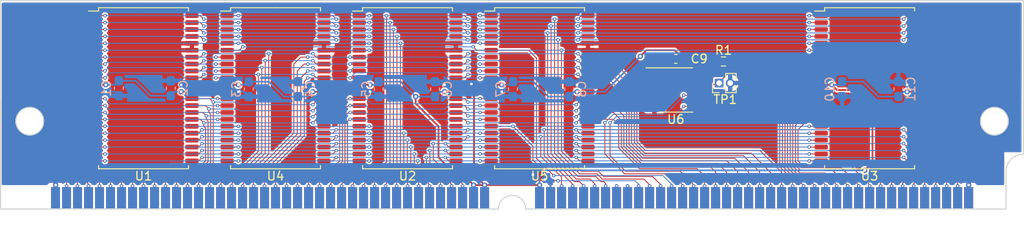
<source format=kicad_pcb>
(kicad_pcb (version 20221018) (generator pcbnew)
  (layers (0 "F.Cu" signal) (31 "B.Cu" signal) (34 "B.Paste" user) (35 "F.Paste" user) (36 "B.SilkS" user "B.Silkscreen") (37 "F.SilkS" user "F.Silkscreen") (38 "B.Mask" user) (39 "F.Mask" user) (44 "Edge.Cuts" user))
  (net 0 "")
  (net 1 "+5V")
  (net 2 "GND")
  (net 3 "/D0")
  (net 4 "/D1")
  (net 5 "/D2")
  (net 6 "/D3")
  (net 7 "/D4")
  (net 8 "/D5")
  (net 9 "/D6")
  (net 10 "/D7")
  (net 11 "/D8")
  (net 12 "/D9")
  (net 13 "/D10")
  (net 14 "/D11")
  (net 15 "/D12")
  (net 16 "/D13")
  (net 17 "/D14")
  (net 18 "/D15")
  (net 19 "/D16")
  (net 20 "/D17")
  (net 21 "/D18")
  (net 22 "/D19")
  (net 23 "/D20")
  (net 24 "/D21")
  (net 25 "/D22")
  (net 26 "/D23")
  (net 27 "/A0")
  (net 28 "/A1")
  (net 29 "/A2")
  (net 30 "/A3")
  (net 31 "/A4")
  (net 32 "/A5")
  (net 33 "/A6")
  (net 34 "/A7")
  (net 35 "/A8")
  (net 36 "/A9")
  (net 37 "/A10")
  (net 38 "/A11")
  (net 39 "/A12")
  (net 40 "/A13")
  (net 41 "/A14")
  (net 42 "/A15")
  (net 43 "/A16")
  (net 44 "/A17")
  (net 45 "/A18")
  (net 46 "/A19")
  (net 47 "/~{SAS}")
  (net 48 "/~{SBS}")
  (net 49 "/PSCL")
  (net 50 "/PSDA")
  (net 51 "/D24")
  (net 52 "/D25")
  (net 53 "/D26")
  (net 54 "/D27")
  (net 55 "/D28")
  (net 56 "/D29")
  (net 57 "/D30")
  (net 58 "/D31")
  (net 59 "/D32")
  (net 60 "/D33")
  (net 61 "/D34")
  (net 62 "/D35")
  (net 63 "/D36")
  (net 64 "/D37")
  (net 65 "/D38")
  (net 66 "/D39")
  (net 67 "/D40")
  (net 68 "/D41")
  (net 69 "/D42")
  (net 70 "/D43")
  (net 71 "/D44")
  (net 72 "/D45")
  (net 73 "/D46")
  (net 74 "/D47")
  (net 75 "Net-(U6-WP)")
  (net 76 "/~{WE}")
  (net 78 "/~{OE}")
  (footprint "Resistor_SMD:R_0603_1608Metric_Pad0.98x0.95mm_HandSolder" (layer "F.Cu") (at 136.8 85.8)
    (fp_text reference "R1")
    (fp_text value "10k")
  )
  (footprint "Package_SO:TSOP-II-44_10.16x18.41mm_P0.8mm" (layer "F.Cu") (at 100.33 88.9)
    (fp_text reference "U2")
    (fp_text value "CY7C1041D")
  )
  (footprint "Package_SO:TSOP-II-44_10.16x18.41mm_P0.8mm" (layer "F.Cu") (at 69.85 88.9)
    (fp_text reference "U1")
    (fp_text value "CY7C1041D")
  )
  (footprint "m68k-hbc-conn:SIMM80_Cache_CardEdge" (layer "F.Cu") (at 112.395 102.87)
    (fp_text reference "J1" hide)
    (fp_text value "~")
    (fp_line (start -59.055 0) (end -59.055 -12.7) (stroke (width 0.12)) (layer "Edge.Cuts"))
    (fp_line (start -1.5748 0) (end -59.055 0) (stroke (width 0.12)) (layer "Edge.Cuts"))
    (fp_line (start 1.5748 0) (end 57.023 0) (stroke (width 0.12)) (layer "Edge.Cuts"))
    (fp_line (start 57.023 0) (end 57.023 -4.318) (stroke (width 0.12)) (layer "Edge.Cuts"))
    (fp_line (start 59.055 -12.7) (end 59.055 -6.35) (stroke (width 0.12)) (layer "Edge.Cuts"))
    (fp_arc (start -1.5748 0) (mid 0 -1.5748) (end 1.5748 0) (stroke (width 0.12)) (layer "Edge.Cuts"))
    (fp_arc (start 57.023 -4.318) (mid 57.618159 -5.754841) (end 59.055 -6.35) (stroke (width 0.12)) (layer "Edge.Cuts"))
    (fp_circle (center -55.6768 -10.16) (end -54.0766 -10.16) (stroke (width 0.12)) (fill none) (layer "Edge.Cuts"))
    (fp_circle (center 55.6768 -10.16) (end 57.277 -10.16) (stroke (width 0.12)) (fill none) (layer "Edge.Cuts"))
  )
  (footprint "Package_SO:TSOP-II-44_10.16x18.41mm_P0.8mm" (layer "F.Cu") (at 85.09 88.9)
    (fp_text reference "U4")
    (fp_text value "CY7C1041D")
  )
  (footprint "Package_SO:TSOP-II-44_10.16x18.41mm_P0.8mm" (layer "F.Cu") (at 153.67 88.9)
    (fp_text reference "U3")
    (fp_text value "CY7C1041D")
  )
  (footprint "Package_SO:TSOP-II-44_10.16x18.41mm_P0.8mm" (layer "F.Cu") (at 115.57 88.9)
    (fp_text reference "U5")
    (fp_text value "CY7C1041D")
  )
  (footprint "Package_SO:SOIC-8_3.9x4.9mm_P1.27mm" (layer "F.Cu") (at 131.3 89.1)
    (fp_text reference "U6")
    (fp_text value "24LC00")
  )
  (footprint "Connector_PinHeader_1.27mm:PinHeader_1x02_P1.27mm_Vertical" (layer "F.Cu") (at 136.3 88.3 90)
    (fp_text reference "TP1")
    (fp_text value "WP_CFG")
  )
  (footprint "Capacitor_SMD:C_0603_1608Metric_Pad1.08x0.95mm_HandSolder" (layer "F.Cu") (at 131.3 85.5 180)
    (fp_text reference "C9")
    (fp_text value "100u")
  )
  (footprint "Capacitor_SMD:C_0603_1608Metric_Pad1.08x0.95mm_HandSolder" (layer "B.Cu") (at 112.5 89 -90)
    (fp_text reference "C7")
    (fp_text value "100u")
  )
  (footprint "Capacitor_SMD:C_0603_1608Metric_Pad1.08x0.95mm_HandSolder" (layer "B.Cu") (at 157 89 90)
    (fp_text reference "C11")
    (fp_text value "100u")
  )
  (footprint "Capacitor_SMD:C_0603_1608Metric_Pad1.08x0.95mm_HandSolder" (layer "B.Cu") (at 82 89 -90)
    (fp_text reference "C3")
    (fp_text value "100u")
  )
  (footprint "Capacitor_SMD:C_0603_1608Metric_Pad1.08x0.95mm_HandSolder" (layer "B.Cu") (at 103.5 89 90)
    (fp_text reference "C6")
    (fp_text value "100u")
  )
  (footprint "Capacitor_SMD:C_0603_1608Metric_Pad1.08x0.95mm_HandSolder" (layer "B.Cu") (at 97 89 -90)
    (fp_text reference "C5")
    (fp_text value "100u")
  )
  (footprint "Capacitor_SMD:C_0603_1608Metric_Pad1.08x0.95mm_HandSolder" (layer "B.Cu") (at 150.5 89 -90)
    (fp_text reference "C10")
    (fp_text value "100u")
  )
  (footprint "Capacitor_SMD:C_0603_1608Metric_Pad1.08x0.95mm_HandSolder" (layer "B.Cu") (at 67 88.9 -90)
    (fp_text reference "C1")
    (fp_text value "100u")
  )
  (footprint "Capacitor_SMD:C_0603_1608Metric_Pad1.08x0.95mm_HandSolder" (layer "B.Cu") (at 87.7 89 90)
    (fp_text reference "C4")
    (fp_text value "100u")
  )
  (footprint "Capacitor_SMD:C_0603_1608Metric_Pad1.08x0.95mm_HandSolder" (layer "B.Cu") (at 119 89 90)
    (fp_text reference "C8")
    (fp_text value "100u")
  )
  (footprint "Capacitor_SMD:C_0603_1608Metric_Pad1.08x0.95mm_HandSolder" (layer "B.Cu") (at 73 88.9 90)
    (fp_text reference "C2")
    (fp_text value "100u")
  )
  (gr_line (start 53.34 90.17) (end 53.34 78.74) (stroke (width 0.1)) (layer "Edge.Cuts"))
  (gr_line (start 53.34 78.74) (end 171.45 78.74) (stroke (width 0.1)) (layer "Edge.Cuts"))
  (gr_line (start 171.45 78.74) (end 171.45 90.17) (stroke (width 0.1)) (layer "Edge.Cuts"))
  (segment (start 75.4375 89.3) (end 74.2 89.3) (width 0.2) (layer "F.Cu") (net 1))
  (segment (start 108 89.2) (end 108.7 88.5) (width 0.2) (layer "F.Cu") (net 1))
  (segment (start 154 97.5) (end 154 91.6) (width 0.2) (layer "F.Cu") (net 1))
  (segment (start 64.2625 88.5) (end 65.5 88.5) (width 0.2) (layer "F.Cu") (net 1))
  (segment (start 92.2 89.3) (end 93 88.5) (width 0.2) (layer "F.Cu") (net 1))
  (segment (start 134.4925 87.195) (end 135.8875 85.8) (width 0.2) (layer "F.Cu") (net 1))
  (segment (start 133.775 87.195) (end 134.4925 87.195) (width 0.2) (layer "F.Cu") (net 1))
  (segment (start 131.1625 84.5) (end 132.1625 85.5) (width 0.2) (layer "F.Cu") (net 1))
  (segment (start 154 91.6) (end 151.5 89.1) (width 0.2) (layer "F.Cu") (net 1))
  (segment (start 101.2625 90.6625) (end 101.2625 89.8625) (width 0.2) (layer "F.Cu") (net 1))
  (segment (start 132.995 87.195) (end 133.775 87.195) (width 0.2) (layer "F.Cu") (net 1))
  (segment (start 94.7425 88.5) (end 96 88.5) (width 0.2) (layer "F.Cu") (net 1))
  (segment (start 148.0825 88.5) (end 149.3 88.5) (width 0.2) (layer "F.Cu") (net 1))
  (segment (start 75.4375 89.3) (end 77 89.3) (width 0.2) (layer "F.Cu") (net 1))
  (segment (start 77 89.3) (end 77.8 88.5) (width 0.2) (layer "F.Cu") (net 1))
  (segment (start 127.2 85.2) (end 127.9 84.5) (width 0.2) (layer "F.Cu") (net 1))
  (segment (start 159.2575 89.3) (end 158 89.3) (width 0.2) (layer "F.Cu") (net 1))
  (segment (start 115.57 100.1) (end 107.95 100.1) (width 0.2) (layer "F.Cu") (net 1))
  (segment (start 109.22 100.1) (end 108 98.88) (width 0.2) (layer "F.Cu") (net 1))
  (segment (start 115.57 101.6) (end 115.57 100.1) (width 0.2) (layer "F.Cu") (net 1))
  (segment (start 90.6775 89.3) (end 89.4 89.3) (width 0.2) (layer "F.Cu") (net 1))
  (segment (start 149.9 89.1) (end 149.3 88.5) (width 0.2) (layer "F.Cu") (net 1))
  (segment (start 108.7 88.5) (end 109.9825 88.5) (width 0.2) (layer "F.Cu") (net 1))
  (segment (start 121.1575 89.3) (end 119.9 89.3) (width 0.2) (layer "F.Cu") (net 1))
  (segment (start 106.65 98.8) (end 105.8 98.8) (width 0.2) (layer "F.Cu") (net 1))
  (segment (start 151.5 89.1) (end 149.9 89.1) (width 0.2) (layer "F.Cu") (net 1))
  (segment (start 107.95 100.1) (end 107.95 101.6) (width 0.2) (layer "F.Cu") (net 1))
  (segment (start 77.8 88.5) (end 79.5025 88.5) (width 0.2) (layer "F.Cu") (net 1))
  (segment (start 127.9 84.5) (end 131.1625 84.5) (width 0.2) (layer "F.Cu") (net 1))
  (segment (start 103.9 93.3) (end 101.2625 90.6625) (width 0.2) (layer "F.Cu") (net 1))
  (segment (start 132.1625 86.3625) (end 132.995 87.195) (width 0.2) (layer "F.Cu") (net 1))
  (segment (start 109.9825 88.5) (end 111.2 88.5) (width 0.2) (layer "F.Cu") (net 1))
  (segment (start 103.9 96.9) (end 103.9 93.3) (width 0.2) (layer "F.Cu") (net 1))
  (segment (start 132.1625 85.5) (end 132.1625 86.3625) (width 0.2) (layer "F.Cu") (net 1))
  (segment (start 79.5025 88.5) (end 80.8 88.5) (width 0.2) (layer "F.Cu") (net 1))
  (segment (start 153.1 98.4) (end 154 97.5) (width 0.2) (layer "F.Cu") (net 1))
  (segment (start 108 98.88) (end 108 89.2) (width 0.2) (layer "F.Cu") (net 1))
  (segment (start 90.6775 89.3) (end 92.2 89.3) (width 0.2) (layer "F.Cu") (net 1))
  (segment (start 105.8 98.8) (end 103.9 96.9) (width 0.2) (layer "F.Cu") (net 1))
  (segment (start 107.95 100.1) (end 106.65 98.8) (width 0.2) (layer "F.Cu") (net 1))
  (segment (start 109.22 101.6) (end 109.22 100.1) (width 0.2) (layer "F.Cu") (net 1))
  (segment (start 105.9175 89.3) (end 104.6 89.3) (width 0.2) (layer "F.Cu") (net 1))
  (segment (start 93 88.5) (end 94.7425 88.5) (width 0.2) (layer "F.Cu") (net 1))
  (via (at 119.9 89.3) (size 0.6) (drill 0.3) (layers "F.Cu" "B.Cu") (net 1))
  (via (at 65.5 88.5) (size 0.6) (drill 0.3) (layers "F.Cu" "B.Cu") (net 1))
  (via (at 109.22 100.1) (size 0.6) (drill 0.3) (layers "F.Cu" "B.Cu") (net 1))
  (via (at 158 89.3) (size 0.6) (drill 0.3) (layers "F.Cu" "B.Cu") (net 1))
  (via (at 89.4 89.3) (size 0.6) (drill 0.3) (layers "F.Cu" "B.Cu") (net 1))
  (via (at 153.1 98.4) (size 0.6) (drill 0.3) (layers "F.Cu" "B.Cu") (net 1))
  (via (at 96 88.5) (size 0.6) (drill 0.3) (layers "F.Cu" "B.Cu") (net 1))
  (via (at 127.2 85.2) (size 0.6) (drill 0.3) (layers "F.Cu" "B.Cu") (net 1))
  (via (at 115.57 100.1) (size 0.6) (drill 0.3) (layers "F.Cu" "B.Cu") (net 1))
  (via (at 74.2 89.3) (size 0.6) (drill 0.3) (layers "F.Cu" "B.Cu") (net 1))
  (via (at 104.6 89.3) (size 0.6) (drill 0.3) (layers "F.Cu" "B.Cu") (net 1))
  (via (at 80.8 88.5) (size 0.6) (drill 0.3) (layers "F.Cu" "B.Cu") (net 1))
  (via (at 107.95 100.1) (size 0.6) (drill 0.3) (layers "F.Cu" "B.Cu") (net 1))
  (via (at 101.2625 89.8625) (size 0.6) (drill 0.3) (layers "F.Cu" "B.Cu") (net 1))
  (via (at 111.2 88.5) (size 0.6) (drill 0.3) (layers "F.Cu" "B.Cu") (net 1))
  (via (at 149.3 88.5) (size 0.6) (drill 0.3) (layers "F.Cu" "B.Cu") (net 1))
  (segment (start 152.9375 88.1375) (end 154.6625 89.8625) (width 0.2) (layer "B.Cu") (net 1))
  (segment (start 115.57 100.1) (end 115.57 99.1) (width 0.2) (layer "B.Cu") (net 1))
  (segment (start 65.5 88.5) (end 66.5375 88.5) (width 0.2) (layer "B.Cu") (net 1))
  (segment (start 96 88.5) (end 96.6375 88.5) (width 0.2) (layer "B.Cu") (net 1))
  (segment (start 70.6625 89.7625) (end 73 89.7625) (width 0.2) (layer "B.Cu") (net 1))
  (segment (start 123.1 89.3) (end 119.9 89.3) (width 0.2) (layer "B.Cu") (net 1))
  (segment (start 150.5 88.1375) (end 152.9375 88.1375) (width 0.2) (layer "B.Cu") (net 1))
  (segment (start 68.9375 88.0375) (end 70.6625 89.7625) (width 0.2) (layer "B.Cu") (net 1))
  (segment (start 99.5375 88.1375) (end 101.2625 89.8625) (width 0.2) (layer "B.Cu") (net 1))
  (segment (start 149.3 88.5) (end 150.1375 88.5) (width 0.2) (layer "B.Cu") (net 1))
  (segment (start 89.4 89.3) (end 88.8375 89.8625) (width 0.2) (layer "B.Cu") (net 1))
  (segment (start 157.5625 89.3) (end 157 89.8625) (width 0.2) (layer "B.Cu") (net 1))
  (segment (start 115.57 101.6) (end 115.57 100.1) (width 0.2) (layer "B.Cu") (net 1))
  (segment (start 116.5625 89.8625) (end 119 89.8625) (width 0.2) (layer "B.Cu") (net 1))
  (segment (start 154.6625 89.8625) (end 157 89.8625) (width 0.2) (layer "B.Cu") (net 1))
  (segment (start 96.6375 88.5) (end 97 88.1375) (width 0.2) (layer "B.Cu") (net 1))
  (segment (start 74.2 89.3) (end 73.4625 89.3) (width 0.2) (layer "B.Cu") (net 1))
  (segment (start 115.57 99.1) (end 116.27 98.4) (width 0.2) (layer "B.Cu") (net 1))
  (segment (start 87.7 89.8625) (end 86.0625 89.8625) (width 0.2) (layer "B.Cu") (net 1))
  (segment (start 88.8375 89.8625) (end 87.7 89.8625) (width 0.2) (layer "B.Cu") (net 1))
  (segment (start 73.4625 89.3) (end 73 89.7625) (width 0.2) (layer "B.Cu") (net 1))
  (segment (start 80.8 88.5) (end 81.6375 88.5) (width 0.2) (layer "B.Cu") (net 1))
  (segment (start 84.3375 88.1375) (end 82 88.1375) (width 0.2) (layer "B.Cu") (net 1))
  (segment (start 97 88.1375) (end 99.5375 88.1375) (width 0.2) (layer "B.Cu") (net 1))
  (segment (start 158 89.3) (end 157.5625 89.3) (width 0.2) (layer "B.Cu") (net 1))
  (segment (start 119.5625 89.3) (end 119 89.8625) (width 0.2) (layer "B.Cu") (net 1))
  (segment (start 114.8375 88.1375) (end 116.5625 89.8625) (width 0.2) (layer "B.Cu") (net 1))
  (segment (start 66.5375 88.5) (end 67 88.0375) (width 0.2) (layer "B.Cu") (net 1))
  (segment (start 104.0625 89.3) (end 103.5 89.8625) (width 0.2) (layer "B.Cu") (net 1))
  (segment (start 119.9 89.3) (end 119.5625 89.3) (width 0.2) (layer "B.Cu") (net 1))
  (segment (start 86.0625 89.8625) (end 84.3375 88.1375) (width 0.2) (layer "B.Cu") (net 1))
  (segment (start 107.95 101.6) (end 107.95 100.1) (width 0.2) (layer "B.Cu") (net 1))
  (segment (start 112.1375 88.5) (end 112.5 88.1375) (width 0.2) (layer "B.Cu") (net 1))
  (segment (start 81.6375 88.5) (end 82 88.1375) (width 0.2) (layer "B.Cu") (net 1))
  (segment (start 150.1375 88.5) (end 150.5 88.1375) (width 0.2) (layer "B.Cu") (net 1))
  (segment (start 112.5 88.1375) (end 114.8375 88.1375) (width 0.2) (layer "B.Cu") (net 1))
  (segment (start 109.22 101.6) (end 109.22 100.1) (width 0.2) (layer "B.Cu") (net 1))
  (segment (start 104.6 89.3) (end 104.0625 89.3) (width 0.2) (layer "B.Cu") (net 1))
  (segment (start 111.2 88.5) (end 112.1375 88.5) (width 0.2) (layer "B.Cu") (net 1))
  (segment (start 101.2625 89.8625) (end 103.5 89.8625) (width 0.2) (layer "B.Cu") (net 1))
  (segment (start 116.27 98.4) (end 153.1 98.4) (width 0.2) (layer "B.Cu") (net 1))
  (segment (start 127.2 85.2) (end 123.1 89.3) (width 0.2) (layer "B.Cu") (net 1))
  (segment (start 68.9375 88.0375) (end 67 88.0375) (width 0.2) (layer "B.Cu") (net 1))
  (segment (start 64.2625 89.3) (end 65.5 89.3) (width 0.2) (layer "F.Cu") (net 2))
  (segment (start 59.69 100.11) (end 59.7 100.1) (width 0.2) (layer "F.Cu") (net 2))
  (segment (start 116.84 100.134129) (end 116.84 101.6) (width 0.2) (layer "F.Cu") (net 2))
  (segment (start 149 89.3) (end 149.3 89.6) (width 0.2) (layer "F.Cu") (net 2))
  (segment (start 105.9175 88.5) (end 104.6 88.5) (width 0.2) (layer "F.Cu") (net 2))
  (segment (start 59.69 101.6) (end 59.69 100.11) (width 0.2) (layer "F.Cu") (net 2))
  (segment (start 79.5025 89.3) (end 80.8 89.3) (width 0.2) (layer "F.Cu") (net 2))
  (segment (start 165.1 101.6) (end 165.1 100.1) (width 0.2) (layer "F.Cu") (net 2))
  (segment (start 111.199503 89.3) (end 111.2 89.299503) (width 0.2) (layer "F.Cu") (net 2))
  (segment (start 116.1695 99.463629) (end 115.363629 99.463629) (width 0.2) (layer "F.Cu") (net 2))
  (segment (start 94.7425 89.3) (end 95.999503 89.3) (width 0.2) (layer "F.Cu") (net 2))
  (segment (start 159.2575 88.5) (end 158 88.5) (width 0.2) (layer "F.Cu") (net 2))
  (segment (start 128.825 87.195) (end 129.605 87.195) (width 0.2) (layer "F.Cu") (net 2))
  (segment (start 95.999503 89.3) (end 96 89.299503) (width 0.2) (layer "F.Cu") (net 2))
  (segment (start 129.605 87.195) (end 130.4375 86.3625) (width 0.2) (layer "F.Cu") (net 2))
  (segment (start 115.363629 99.463629) (end 114.8 98.9) (width 0.2) (layer "F.Cu") (net 2))
  (segment (start 89.4 88.5) (end 90.6775 88.5) (width 0.2) (layer "F.Cu") (net 2))
  (segment (start 74.2 88.5) (end 75.4375 88.5) (width 0.2) (layer "F.Cu") (net 2))
  (segment (start 116.1695 99.463629) (end 116.84 100.134129) (width 0.2) (layer "F.Cu") (net 2))
  (segment (start 130.4375 86.3625) (end 130.4375 85.5) (width 0.2) (layer "F.Cu") (net 2))
  (segment (start 148.0825 89.3) (end 149 89.3) (width 0.2) (layer "F.Cu") (net 2))
  (segment (start 109.9825 89.3) (end 111.199503 89.3) (width 0.2) (layer "F.Cu") (net 2))
  (segment (start 121.1575 88.5) (end 119.9 88.5) (width 0.2) (layer "F.Cu") (net 2))
  (via (at 96 89.299503) (size 0.6) (drill 0.3) (layers "F.Cu" "B.Cu") (net 2))
  (via (at 65.5 89.3) (size 0.6) (drill 0.3) (layers "F.Cu" "B.Cu") (net 2))
  (via (at 104.6 88.5) (size 0.6) (drill 0.3) (layers "F.Cu" "B.Cu") (net 2))
  (via (at 59.7 100.1) (size 0.6) (drill 0.3) (layers "F.Cu" "B.Cu") (net 2))
  (via (at 107.7 88.4) (size 0.6) (drill 0.3) (layers "F.Cu" "B.Cu") (net 2))
  (via (at 114.8 98.9) (size 0.6) (drill 0.3) (layers "F.Cu" "B.Cu") (net 2))
  (via (at 80.8 89.3) (size 0.6) (drill 0.3) (layers "F.Cu" "B.Cu") (net 2))
  (via (at 89.4 88.5) (size 0.6) (drill 0.3) (layers "F.Cu" "B.Cu") (net 2))
  (via (at 158 88.5) (size 0.6) (drill 0.3) (layers "F.Cu" "B.Cu") (net 2))
  (via (at 116.1695 99.463629) (size 0.6) (drill 0.3) (layers "F.Cu" "B.Cu") (net 2))
  (via (at 149.3 89.6) (size 0.6) (drill 0.3) (layers "F.Cu" "B.Cu") (net 2))
  (via (at 119.9 88.5) (size 0.6) (drill 0.3) (layers "F.Cu" "B.Cu") (net 2))
  (via (at 111.2 89.299503) (size 0.6) (drill 0.3) (layers "F.Cu" "B.Cu") (net 2))
  (via (at 165.1 100.1) (size 0.6) (drill 0.3) (layers "F.Cu" "B.Cu") (net 2))
  (via (at 74.2 88.5) (size 0.6) (drill 0.3) (layers "F.Cu" "B.Cu") (net 2))
  (segment (start 104.6 88.5) (end 103.8625 88.5) (width 0.2) (layer "B.Cu") (net 2))
  (segment (start 111.2 89.299503) (end 111.937003 89.299503) (width 0.2) (layer "B.Cu") (net 2))
  (segment (start 81.4375 89.3) (end 82 89.8625) (width 0.2) (layer "B.Cu") (net 2))
  (segment (start 66.5375 89.3) (end 67 89.7625) (width 0.2) (layer "B.Cu") (net 2))
  (segment (start 116.1695 99.463629) (end 116.84 100.134129) (width 0.2) (layer "B.Cu") (net 2))
  (segment (start 158 88.5) (end 157.3625 88.5) (width 0.2) (layer "B.Cu") (net 2))
  (segment (start 119.3625 88.5) (end 119 88.1375) (width 0.2) (layer "B.Cu") (net 2))
  (segment (start 87.7 88.1375) (end 88.0625 88.5) (width 0.2) (layer "B.Cu") (net 2))
  (segment (start 73 88.0375) (end 73.7375 88.0375) (width 0.2) (layer "B.Cu") (net 2))
  (segment (start 96.437003 89.299503) (end 97 89.8625) (width 0.2) (layer "B.Cu") (net 2))
  (segment (start 80.8 89.3) (end 81.4375 89.3) (width 0.2) (layer "B.Cu") (net 2))
  (segment (start 73.7375 88.0375) (end 74.2 88.5) (width 0.2) (layer "B.Cu") (net 2))
  (segment (start 119.9 88.5) (end 119.3625 88.5) (width 0.2) (layer "B.Cu") (net 2))
  (segment (start 157.3625 88.5) (end 157 88.1375) (width 0.2) (layer "B.Cu") (net 2))
  (segment (start 96 89.299503) (end 96.437003 89.299503) (width 0.2) (layer "B.Cu") (net 2))
  (segment (start 88.0625 88.5) (end 89.4 88.5) (width 0.2) (layer "B.Cu") (net 2))
  (segment (start 116.84 100.134129) (end 116.84 101.6) (width 0.2) (layer "B.Cu") (net 2))
  (segment (start 103.8625 88.5) (end 103.5 88.1375) (width 0.2) (layer "B.Cu") (net 2))
  (segment (start 165.1 101.6) (end 165.1 100.1) (width 0.2) (layer "B.Cu") (net 2))
  (segment (start 149.5625 89.8625) (end 149.3 89.6) (width 0.2) (layer "B.Cu") (net 2))
  (segment (start 65.5 89.3) (end 66.5375 89.3) (width 0.2) (layer "B.Cu") (net 2))
  (segment (start 150.5 89.8625) (end 149.5625 89.8625) (width 0.2) (layer "B.Cu") (net 2))
  (segment (start 111.937003 89.299503) (end 112.5 89.8625) (width 0.2) (layer "B.Cu") (net 2))
  (segment (start 78.2 85.3) (end 79.5025 85.3) (width 0.1) (layer "F.Cu") (net 3))
  (segment (start 63.3 85.3) (end 64.2625 85.3) (width 0.1) (layer "F.Cu") (net 3))
  (segment (start 60.96 98.66) (end 60.8 98.5) (width 0.1) (layer "F.Cu") (net 3))
  (segment (start 60.96 100.2) (end 60.96 98.66) (width 0.1) (layer "F.Cu") (net 3))
  (segment (start 64.2625 85.3) (end 65.4 85.3) (width 0.1) (layer "F.Cu") (net 3))
  (segment (start 60.8 98.5) (end 60.8 87.8) (width 0.1) (layer "F.Cu") (net 3))
  (segment (start 60.8 87.8) (end 63.3 85.3) (width 0.1) (layer "F.Cu") (net 3))
  (segment (start 60.96 101.6) (end 60.96 100.2) (width 0.1) (layer "F.Cu") (net 3))
  (via (at 78.2 85.3) (size 0.4) (drill 0.2) (layers "F.Cu" "B.Cu") (net 3))
  (via (at 60.96 100.2) (size 0.4) (drill 0.2) (layers "F.Cu" "B.Cu") (net 3))
  (via (at 65.4 85.3) (size 0.4) (drill 0.2) (layers "F.Cu" "B.Cu") (net 3))
  (segment (start 60.96 101.6) (end 60.96 100.2) (width 0.1) (layer "B.Cu") (net 3))
  (segment (start 65.4 85.3) (end 78.2 85.3) (width 0.1) (layer "B.Cu") (net 3))
  (segment (start 62.23 100.2) (end 62.23 99.53) (width 0.1) (layer "F.Cu") (net 4))
  (segment (start 78.2 86.1) (end 79.5025 86.1) (width 0.1) (layer "F.Cu") (net 4))
  (segment (start 63.3 86.1) (end 64.2625 86.1) (width 0.1) (layer "F.Cu") (net 4))
  (segment (start 62.23 99.53) (end 61.1 98.4) (width 0.1) (layer "F.Cu") (net 4))
  (segment (start 64.2625 86.1) (end 65.4 86.1) (width 0.1) (layer "F.Cu") (net 4))
  (segment (start 62.23 101.6) (end 62.23 100.2) (width 0.1) (layer "F.Cu") (net 4))
  (segment (start 61.1 98.4) (end 61.1 88.3) (width 0.1) (layer "F.Cu") (net 4))
  (segment (start 61.1 88.3) (end 63.3 86.1) (width 0.1) (layer "F.Cu") (net 4))
  (via (at 62.23 100.2) (size 0.4) (drill 0.2) (layers "F.Cu" "B.Cu") (net 4))
  (via (at 65.4 86.1) (size 0.4) (drill 0.2) (layers "F.Cu" "B.Cu") (net 4))
  (via (at 78.2 86.1) (size 0.4) (drill 0.2) (layers "F.Cu" "B.Cu") (net 4))
  (segment (start 65.4 86.1) (end 65.6 85.9) (width 0.1) (layer "B.Cu") (net 4))
  (segment (start 65.6 85.9) (end 74.3 85.9) (width 0.1) (layer "B.Cu") (net 4))
  (segment (start 62.23 101.6) (end 62.23 100.2) (width 0.1) (layer "B.Cu") (net 4))
  (segment (start 74.3 85.9) (end 74.5 86.1) (width 0.1) (layer "B.Cu") (net 4))
  (segment (start 74.5 86.1) (end 78.2 86.1) (width 0.1) (layer "B.Cu") (net 4))
  (segment (start 63.5 101.6) (end 63.5 100.2) (width 0.1) (layer "F.Cu") (net 5))
  (segment (start 63.5 100) (end 63.1 99.6) (width 0.1) (layer "F.Cu") (net 5))
  (segment (start 64.2625 86.9) (end 65.4 86.9) (width 0.1) (layer "F.Cu") (net 5))
  (segment (start 78.2 86.9) (end 79.5025 86.9) (width 0.1) (layer "F.Cu") (net 5))
  (segment (start 63.3 86.9) (end 64.2625 86.9) (width 0.1) (layer "F.Cu") (net 5))
  (segment (start 63.5 100.2) (end 63.5 100) (width 0.1) (layer "F.Cu") (net 5))
  (segment (start 63.1 99.6) (end 62.7 99.6) (width 0.1) (layer "F.Cu") (net 5))
  (segment (start 62.7 99.6) (end 61.4 98.3) (width 0.1) (layer "F.Cu") (net 5))
  (segment (start 61.4 98.3) (end 61.4 88.8) (width 0.1) (layer "F.Cu") (net 5))
  (segment (start 61.4 88.8) (end 63.3 86.9) (width 0.1) (layer "F.Cu") (net 5))
  (via (at 63.5 100.2) (size 0.4) (drill 0.2) (layers "F.Cu" "B.Cu") (net 5))
  (via (at 78.2 86.9) (size 0.4) (drill 0.2) (layers "F.Cu" "B.Cu") (net 5))
  (via (at 65.4 86.9) (size 0.4) (drill 0.2) (layers "F.Cu" "B.Cu") (net 5))
  (segment (start 65.4 86.9) (end 65.8 86.5) (width 0.1) (layer "B.Cu") (net 5))
  (segment (start 74.1 86.5) (end 74.5 86.9) (width 0.1) (layer "B.Cu") (net 5))
  (segment (start 74.5 86.9) (end 78.2 86.9) (width 0.1) (layer "B.Cu") (net 5))
  (segment (start 63.5 101.6) (end 63.5 100.2) (width 0.1) (layer "B.Cu") (net 5))
  (segment (start 65.8 86.5) (end 74.1 86.5) (width 0.1) (layer "B.Cu") (net 5))
  (segment (start 78.2 87.7) (end 79.5025 87.7) (width 0.1) (layer "F.Cu") (net 6))
  (segment (start 61.7 89.3) (end 63.3 87.7) (width 0.1) (layer "F.Cu") (net 6))
  (segment (start 64.77 99.67) (end 64.4 99.3) (width 0.1) (layer "F.Cu") (net 6))
  (segment (start 64.77 100.2) (end 64.77 99.67) (width 0.1) (layer "F.Cu") (net 6))
  (segment (start 64.77 101.6) (end 64.77 100.2) (width 0.1) (layer "F.Cu") (net 6))
  (segment (start 64.4 99.3) (end 62.8 99.3) (width 0.1) (layer "F.Cu") (net 6))
  (segment (start 62.8 99.3) (end 61.7 98.2) (width 0.1) (layer "F.Cu") (net 6))
  (segment (start 61.7 98.2) (end 61.7 89.3) (width 0.1) (layer "F.Cu") (net 6))
  (segment (start 63.3 87.7) (end 64.2625 87.7) (width 0.1) (layer "F.Cu") (net 6))
  (segment (start 64.2625 87.7) (end 65.4 87.7) (width 0.1) (layer "F.Cu") (net 6))
  (via (at 78.2 87.7) (size 0.4) (drill 0.2) (layers "F.Cu" "B.Cu") (net 6))
  (via (at 65.4 87.7) (size 0.4) (drill 0.2) (layers "F.Cu" "B.Cu") (net 6))
  (via (at 64.77 100.2) (size 0.4) (drill 0.2) (layers "F.Cu" "B.Cu") (net 6))
  (segment (start 74.5 87.7) (end 78.2 87.7) (width 0.1) (layer "B.Cu") (net 6))
  (segment (start 73.9 87.1) (end 74.5 87.7) (width 0.1) (layer "B.Cu") (net 6))
  (segment (start 64.77 101.6) (end 64.77 100.2) (width 0.1) (layer "B.Cu") (net 6))
  (segment (start 65.4 87.7) (end 66 87.1) (width 0.1) (layer "B.Cu") (net 6))
  (segment (start 66 87.1) (end 73.9 87.1) (width 0.1) (layer "B.Cu") (net 6))
  (segment (start 78.4 90.1) (end 79.5025 90.1) (width 0.1) (layer "F.Cu") (net 7))
  (segment (start 66.04 99.64) (end 65.4 99) (width 0.1) (layer "F.Cu") (net 7))
  (segment (start 66.04 101.6) (end 66.04 100.2) (width 0.1) (layer "F.Cu") (net 7))
  (segment (start 62 91.4) (end 63.3 90.1) (width 0.1) (layer "F.Cu") (net 7))
  (segment (start 66.04 100.2) (end 66.04 99.64) (width 0.1) (layer "F.Cu") (net 7))
  (segment (start 62.9 99) (end 62 98.1) (width 0.1) (layer "F.Cu") (net 7))
  (segment (start 65.4 99) (end 62.9 99) (width 0.1) (layer "F.Cu") (net 7))
  (segment (start 62 98.1) (end 62 91.4) (width 0.1) (layer "F.Cu") (net 7))
  (segment (start 64.2625 90.1) (end 65.4 90.1) (width 0.1) (layer "F.Cu") (net 7))
  (segment (start 63.3 90.1) (end 64.2625 90.1) (width 0.1) (layer "F.Cu") (net 7))
  (via (at 66.04 100.2) (size 0.4) (drill 0.2) (layers "F.Cu" "B.Cu") (net 7))
  (via (at 78.4 90.1) (size 0.4) (drill 0.2) (layers "F.Cu" "B.Cu") (net 7))
  (via (at 65.4 90.1) (size 0.4) (drill 0.2) (layers "F.Cu" "B.Cu") (net 7))
  (segment (start 74.5 90.1) (end 73.9 90.7) (width 0.1) (layer "B.Cu") (net 7))
  (segment (start 66.04 101.6) (end 66.04 100.2) (width 0.1) (layer "B.Cu") (net 7))
  (segment (start 78.4 90.1) (end 74.5 90.1) (width 0.1) (layer "B.Cu") (net 7))
  (segment (start 73.9 90.7) (end 66 90.7) (width 0.1) (layer "B.Cu") (net 7))
  (segment (start 66 90.7) (end 65.4 90.1) (width 0.1) (layer "B.Cu") (net 7))
  (segment (start 63.3 90.9) (end 64.2625 90.9) (width 0.1) (layer "F.Cu") (net 8))
  (segment (start 63 98.7) (end 62.3 98) (width 0.1) (layer "F.Cu") (net 8))
  (segment (start 66.4 98.7) (end 63 98.7) (width 0.1) (layer "F.Cu") (net 8))
  (segment (start 62.3 98) (end 62.3 91.9) (width 0.1) (layer "F.Cu") (net 8))
  (segment (start 67.31 100.2) (end 67.31 99.61) (width 0.1) (layer "F.Cu") (net 8))
  (segment (start 62.3 91.9) (end 63.3 90.9) (width 0.1) (layer "F.Cu") (net 8))
  (segment (start 78.4 90.9) (end 79.5025 90.9) (width 0.1) (layer "F.Cu") (net 8))
  (segment (start 64.2625 90.9) (end 65.4 90.9) (width 0.1) (layer "F.Cu") (net 8))
  (segment (start 67.31 99.61) (end 66.4 98.7) (width 0.1) (layer "F.Cu") (net 8))
  (segment (start 67.31 101.6) (end 67.31 100.2) (width 0.1) (layer "F.Cu") (net 8))
  (via (at 78.4 90.9) (size 0.4) (drill 0.2) (layers "F.Cu" "B.Cu") (net 8))
  (via (at 67.31 100.2) (size 0.4) (drill 0.2) (layers "F.Cu" "B.Cu") (net 8))
  (via (at 65.4 90.9) (size 0.4) (drill 0.2) (layers "F.Cu" "B.Cu") (net 8))
  (segment (start 74.1 91.3) (end 65.8 91.3) (width 0.1) (layer "B.Cu") (net 8))
  (segment (start 67.31 101.6) (end 67.31 100.2) (width 0.1) (layer "B.Cu") (net 8))
  (segment (start 78.4 90.9) (end 74.5 90.9) (width 0.1) (layer "B.Cu") (net 8))
  (segment (start 74.5 90.9) (end 74.1 91.3) (width 0.1) (layer "B.Cu") (net 8))
  (segment (start 65.8 91.3) (end 65.4 90.9) (width 0.1) (layer "B.Cu") (net 8))
  (segment (start 62.6 97.9) (end 63.1 98.4) (width 0.1) (layer "F.Cu") (net 9))
  (segment (start 62.6 92.4) (end 62.6 97.9) (width 0.1) (layer "F.Cu") (net 9))
  (segment (start 78.4 91.7) (end 79.5025 91.7) (width 0.1) (layer "F.Cu") (net 9))
  (segment (start 63.3 91.7) (end 62.6 92.4) (width 0.1) (layer "F.Cu") (net 9))
  (segment (start 68.58 99.58) (end 68.58 100.2) (width 0.1) (layer "F.Cu") (net 9))
  (segment (start 68.58 101.6) (end 68.58 100.2) (width 0.1) (layer "F.Cu") (net 9))
  (segment (start 67.4 98.4) (end 68.58 99.58) (width 0.1) (layer "F.Cu") (net 9))
  (segment (start 64.2625 91.7) (end 63.3 91.7) (width 0.1) (layer "F.Cu") (net 9))
  (segment (start 64.2625 91.7) (end 65.4 91.7) (width 0.1) (layer "F.Cu") (net 9))
  (segment (start 63.1 98.4) (end 67.4 98.4) (width 0.1) (layer "F.Cu") (net 9))
  (via (at 68.58 100.2) (size 0.4) (drill 0.2) (layers "F.Cu" "B.Cu") (net 9))
  (via (at 65.4 91.7) (size 0.4) (drill 0.2) (layers "F.Cu" "B.Cu") (net 9))
  (via (at 78.4 91.7) (size 0.4) (drill 0.2) (layers "F.Cu" "B.Cu") (net 9))
  (segment (start 65.6 91.9) (end 65.4 91.7) (width 0.1) (layer "B.Cu") (net 9))
  (segment (start 68.58 101.6) (end 68.58 100.2) (width 0.1) (layer "B.Cu") (net 9))
  (segment (start 74.5 91.7) (end 74.3 91.9) (width 0.1) (layer "B.Cu") (net 9))
  (segment (start 78.4 91.7) (end 74.5 91.7) (width 0.1) (layer "B.Cu") (net 9))
  (segment (start 74.3 91.9) (end 65.6 91.9) (width 0.1) (layer "B.Cu") (net 9))
  (segment (start 63.2 98.1) (end 62.9 97.8) (width 0.1) (layer "F.Cu") (net 10))
  (segment (start 69.85 101.6) (end 69.85 100.2) (width 0.1) (layer "F.Cu") (net 10))
  (segment (start 68.35 98.1) (end 63.2 98.1) (width 0.1) (layer "F.Cu") (net 10))
  (segment (start 69.85 100.2) (end 69.85 99.6) (width 0.1) (layer "F.Cu") (net 10))
  (segment (start 62.9 97.8) (end 62.9 92.9) (width 0.1) (layer "F.Cu") (net 10))
  (segment (start 64.2625 92.5) (end 65.4 92.5) (width 0.1) (layer "F.Cu") (net 10))
  (segment (start 69.85 99.6) (end 68.35 98.1) (width 0.1) (layer "F.Cu") (net 10))
  (segment (start 63.3 92.5) (end 64.2625 92.5) (width 0.1) (layer "F.Cu") (net 10))
  (segment (start 78.4 92.5) (end 79.5025 92.5) (width 0.1) (layer "F.Cu") (net 10))
  (segment (start 62.9 92.9) (end 63.3 92.5) (width 0.1) (layer "F.Cu") (net 10))
  (via (at 78.4 92.5) (size 0.4) (drill 0.2) (layers "F.Cu" "B.Cu") (net 10))
  (via (at 69.85 100.2) (size 0.4) (drill 0.2) (layers "F.Cu" "B.Cu") (net 10))
  (via (at 65.4 92.5) (size 0.4) (drill 0.2) (layers "F.Cu" "B.Cu") (net 10))
  (segment (start 69.85 101.6) (end 69.85 100.2) (width 0.1) (layer "B.Cu") (net 10))
  (segment (start 65.4 92.5) (end 78.4 92.5) (width 0.1) (layer "B.Cu") (net 10))
  (segment (start 76.8 93.3) (end 76.8 92.9) (width 0.1) (layer "F.Cu") (net 11))
  (segment (start 89.8 92.5) (end 90.6775 92.5) (width 0.1) (layer "F.Cu") (net 11))
  (segment (start 71.12 99.58) (end 72.9 97.8) (width 0.1) (layer "F.Cu") (net 11))
  (segment (start 77 97.3) (end 77 93.5) (width 0.1) (layer "F.Cu") (net 11))
  (segment (start 72.9 97.8) (end 76.5 97.8) (width 0.1) (layer "F.Cu") (net 11))
  (segment (start 89.4 92.9) (end 89.8 92.5) (width 0.1) (layer "F.Cu") (net 11))
  (segment (start 76.5 97.8) (end 77 97.3) (width 0.1) (layer "F.Cu") (net 11))
  (segment (start 71.12 101.6) (end 71.12 100.2) (width 0.1) (layer "F.Cu") (net 11))
  (segment (start 71.12 100.2) (end 71.12 99.58) (width 0.1) (layer "F.Cu") (net 11))
  (segment (start 75.4375 92.5) (end 76.4 92.5) (width 0.1) (layer "F.Cu") (net 11))
  (segment (start 76.4 92.5) (end 76.8 92.9) (width 0.1) (layer "F.Cu") (net 11))
  (segment (start 77 93.5) (end 76.8 93.3) (width 0.1) (layer "F.Cu") (net 11))
  (via (at 71.12 100.2) (size 0.4) (drill 0.2) (layers "F.Cu" "B.Cu") (net 11))
  (via (at 76.8 92.9) (size 0.4) (drill 0.2) (layers "F.Cu" "B.Cu") (net 11))
  (via (at 89.4 92.9) (size 0.4) (drill 0.2) (layers "F.Cu" "B.Cu") (net 11))
  (segment (start 71.12 101.6) (end 71.12 100.2) (width 0.1) (layer "B.Cu") (net 11))
  (segment (start 76.8 92.9) (end 89.4 92.9) (width 0.1) (layer "B.Cu") (net 11))
  (segment (start 72.39 101.6) (end 72.39 100.2) (width 0.1) (layer "F.Cu") (net 12))
  (segment (start 89.4 92.2) (end 89.9 91.7) (width 0.1) (layer "F.Cu") (net 12))
  (segment (start 89.9 91.7) (end 90.6775 91.7) (width 0.1) (layer "F.Cu") (net 12))
  (segment (start 77.3 97.4) (end 76.6 98.1) (width 0.1) (layer "F.Cu") (net 12))
  (segment (start 76.7 91.7) (end 75.4375 91.7) (width 0.1) (layer "F.Cu") (net 12))
  (segment (start 77.1 92.1) (end 77.1 92.5) (width 0.1) (layer "F.Cu") (net 12))
  (segment (start 77.1 92.5) (end 77.3 92.7) (width 0.1) (layer "F.Cu") (net 12))
  (segment (start 77.3 92.7) (end 77.3 97.4) (width 0.1) (layer "F.Cu") (net 12))
  (segment (start 77.1 92.1) (end 76.7 91.7) (width 0.1) (layer "F.Cu") (net 12))
  (segment (start 72.39 99.56) (end 72.39 100.2) (width 0.1) (layer "F.Cu") (net 12))
  (segment (start 73.85 98.1) (end 72.39 99.56) (width 0.1) (layer "F.Cu") (net 12))
  (segment (start 76.6 98.1) (end 73.85 98.1) (width 0.1) (layer "F.Cu") (net 12))
  (via (at 77.1 92.1) (size 0.4) (drill 0.2) (layers "F.Cu" "B.Cu") (net 12))
  (via (at 89.4 92.2) (size 0.4) (drill 0.2) (layers "F.Cu" "B.Cu") (net 12))
  (via (at 72.39 100.2) (size 0.4) (drill 0.2) (layers "F.Cu" "B.Cu") (net 12))
  (segment (start 77.1 92.1) (end 80.7 92.1) (width 0.1) (layer "B.Cu") (net 12))
  (segment (start 80.8 92.2) (end 89.4 92.2) (width 0.1) (layer "B.Cu") (net 12))
  (segment (start 80.7 92.1) (end 80.8 92.2) (width 0.1) (layer "B.Cu") (net 12))
  (segment (start 72.39 101.6) (end 72.39 100.2) (width 0.1) (layer "B.Cu") (net 12))
  (segment (start 77.4 91.7) (end 77.6 91.9) (width 0.1) (layer "F.Cu") (net 13))
  (segment (start 73.66 101.6) (end 73.66 100.2) (width 0.1) (layer "F.Cu") (net 13))
  (segment (start 77.6 91.9) (end 77.6 97.5) (width 0.1) (layer "F.Cu") (net 13))
  (segment (start 90 90.9) (end 90.6775 90.9) (width 0.1) (layer "F.Cu") (net 13))
  (segment (start 74.8 98.4) (end 73.66 99.54) (width 0.1) (layer "F.Cu") (net 13))
  (segment (start 76.7 98.4) (end 74.8 98.4) (width 0.1) (layer "F.Cu") (net 13))
  (segment (start 77.4 91.3) (end 77.4 91.7) (width 0.1) (layer "F.Cu") (net 13))
  (segment (start 77 90.9) (end 75.4375 90.9) (width 0.1) (layer "F.Cu") (net 13))
  (segment (start 89.4 91.5) (end 90 90.9) (width 0.1) (layer "F.Cu") (net 13))
  (segment (start 77.4 91.3) (end 77 90.9) (width 0.1) (layer "F.Cu") (net 13))
  (segment (start 73.66 99.54) (end 73.66 100.2) (width 0.1) (layer "F.Cu") (net 13))
  (segment (start 77.6 97.5) (end 76.7 98.4) (width 0.1) (layer "F.Cu") (net 13))
  (via (at 73.66 100.2) (size 0.4) (drill 0.2) (layers "F.Cu" "B.Cu") (net 13))
  (via (at 89.4 91.5) (size 0.4) (drill 0.2) (layers "F.Cu" "B.Cu") (net 13))
  (via (at 77.4 91.3) (size 0.4) (drill 0.2) (layers "F.Cu" "B.Cu") (net 13))
  (segment (start 77.4 91.3) (end 80.7 91.3) (width 0.1) (layer "B.Cu") (net 13))
  (segment (start 80.7 91.3) (end 80.9 91.5) (width 0.1) (layer "B.Cu") (net 13))
  (segment (start 73.66 101.6) (end 73.66 100.2) (width 0.1) (layer "B.Cu") (net 13))
  (segment (start 80.9 91.5) (end 89.4 91.5) (width 0.1) (layer "B.Cu") (net 13))
  (segment (start 77.5 90.1) (end 75.4375 90.1) (width 0.1) (layer "F.Cu") (net 14))
  (segment (start 77.9 90.5) (end 77.5 90.1) (width 0.1) (layer "F.Cu") (net 14))
  (segment (start 77.9 97.6) (end 76.8 98.7) (width 0.1) (layer "F.Cu") (net 14))
  (segment (start 74.93 99.57) (end 74.93 100.2) (width 0.1) (layer "F.Cu") (net 14))
  (segment (start 77.9 90.5) (end 77.9 97.6) (width 0.1) (layer "F.Cu") (net 14))
  (segment (start 75.8 98.7) (end 74.93 99.57) (width 0.1) (layer "F.Cu") (net 14))
  (segment (start 74.93 101.6) (end 74.93 100.2) (width 0.1) (layer "F.Cu") (net 14))
  (segment (start 76.8 98.7) (end 75.8 98.7) (width 0.1) (layer "F.Cu") (net 14))
  (segment (start 90.1 90.1) (end 90.6775 90.1) (width 0.1) (layer "F.Cu") (net 14))
  (segment (start 89.4 90.8) (end 90.1 90.1) (width 0.1) (layer "F.Cu") (net 14))
  (via (at 77.9 90.5) (size 0.4) (drill 0.2) (layers "F.Cu" "B.Cu") (net 14))
  (via (at 74.93 100.2) (size 0.4) (drill 0.2) (layers "F.Cu" "B.Cu") (net 14))
  (via (at 89.4 90.8) (size 0.4) (drill 0.2) (layers "F.Cu" "B.Cu") (net 14))
  (segment (start 77.9 90.5) (end 80.7 90.5) (width 0.1) (layer "B.Cu") (net 14))
  (segment (start 81 90.8) (end 89.4 90.8) (width 0.1) (layer "B.Cu") (net 14))
  (segment (start 74.93 101.6) (end 74.93 100.2) (width 0.1) (layer "B.Cu") (net 14))
  (segment (start 80.7 90.5) (end 81 90.8) (width 0.1) (layer "B.Cu") (net 14))
  (segment (start 89.8 87.7) (end 90.6775 87.7) (width 0.1) (layer "F.Cu") (net 15))
  (segment (start 76.2 101.6) (end 76.2 100.2) (width 0.1) (layer "F.Cu") (net 15))
  (segment (start 76.4 87.7) (end 76.8 87.3) (width 0.1) (layer "F.Cu") (net 15))
  (segment (start 78.1 98) (end 76.2 99.9) (width 0.1) (layer "F.Cu") (net 15))
  (segment (start 89.4 87.3) (end 89.8 87.7) (width 0.1) (layer "F.Cu") (net 15))
  (segment (start 81.3 98) (end 78.1 98) (width 0.1) (layer "F.Cu") (net 15))
  (segment (start 83.1 96.2) (end 81.3 98) (width 0.1) (layer "F.Cu") (net 15))
  (segment (start 83.1 87.3) (end 83.1 96.2) (width 0.1) (layer "F.Cu") (net 15))
  (segment (start 75.4375 87.7) (end 76.4 87.7) (width 0.1) (layer "F.Cu") (net 15))
  (segment (start 76.2 99.9) (end 76.2 100.2) (width 0.1) (layer "F.Cu") (net 15))
  (via (at 76.2 100.2) (size 0.4) (drill 0.2) (layers "F.Cu" "B.Cu") (net 15))
  (via (at 89.4 87.3) (size 0.4) (drill 0.2) (layers "F.Cu" "B.Cu") (net 15))
  (via (at 83.1 87.3) (size 0.4) (drill 0.2) (layers "F.Cu" "B.Cu") (net 15))
  (via (at 76.8 87.3) (size 0.4) (drill 0.2) (layers "F.Cu" "B.Cu") (net 15))
  (segment (start 76.8 87.3) (end 83.1 87.3) (width 0.1) (layer "B.Cu") (net 15))
  (segment (start 83.1 87.3) (end 89.4 87.3) (width 0.1) (layer "B.Cu") (net 15))
  (segment (start 76.2 101.6) (end 76.2 100.2) (width 0.1) (layer "B.Cu") (net 15))
  (segment (start 89.8 86.9) (end 90.6775 86.9) (width 0.1) (layer "F.Cu") (net 16))
  (segment (start 83.5 86.5) (end 83.5 96.3) (width 0.1) (layer "F.Cu") (net 16))
  (segment (start 77.47 101.6) (end 77.47 100.2) (width 0.1) (layer "F.Cu") (net 16))
  (segment (start 75.4375 86.9) (end 76.4 86.9) (width 0.1) (layer "F.Cu") (net 16))
  (segment (start 77.47 99.93) (end 77.47 100.2) (width 0.1) (layer "F.Cu") (net 16))
  (segment (start 79.1 98.3) (end 77.47 99.93) (width 0.1) (layer "F.Cu") (net 16))
  (segment (start 76.4 86.9) (end 76.8 86.5) (width 0.1) (layer "F.Cu") (net 16))
  (segment (start 83.5 96.3) (end 81.5 98.3) (width 0.1) (layer "F.Cu") (net 16))
  (segment (start 89.4 86.5) (end 89.8 86.9) (width 0.1) (layer "F.Cu") (net 16))
  (segment (start 81.5 98.3) (end 79.1 98.3) (width 0.1) (layer "F.Cu") (net 16))
  (via (at 76.8 86.5) (size 0.4) (drill 0.2) (layers "F.Cu" "B.Cu") (net 16))
  (via (at 77.47 100.2) (size 0.4) (drill 0.2) (layers "F.Cu" "B.Cu") (net 16))
  (via (at 89.4 86.5) (size 0.4) (drill 0.2) (layers "F.Cu" "B.Cu") (net 16))
  (via (at 83.5 86.5) (size 0.4) (drill 0.2) (layers "F.Cu" "B.Cu") (net 16))
  (segment (start 83.5 86.5) (end 89.4 86.5) (width 0.1) (layer "B.Cu") (net 16))
  (segment (start 77.47 101.6) (end 77.47 100.2) (width 0.1) (layer "B.Cu") (net 16))
  (segment (start 76.8 86.5) (end 83.5 86.5) (width 0.1) (layer "B.Cu") (net 16))
  (segment (start 89.4 85.7) (end 89.8 86.1) (width 0.1) (layer "F.Cu") (net 17))
  (segment (start 78.74 101.6) (end 78.74 100.2) (width 0.1) (layer "F.Cu") (net 17))
  (segment (start 75.4375 86.1) (end 76.4 86.1) (width 0.1) (layer "F.Cu") (net 17))
  (segment (start 83.9 96.4) (end 81.7 98.6) (width 0.1) (layer "F.Cu") (net 17))
  (segment (start 76.4 86.1) (end 76.8 85.7) (width 0.1) (layer "F.Cu") (net 17))
  (segment (start 89.8 86.1) (end 90.6775 86.1) (width 0.1) (layer "F.Cu") (net 17))
  (segment (start 78.74 99.96) (end 78.74 100.2) (width 0.1) (layer "F.Cu") (net 17))
  (segment (start 80.1 98.6) (end 78.74 99.96) (width 0.1) (layer "F.Cu") (net 17))
  (segment (start 83.9 85.7) (end 83.9 96.4) (width 0.1) (layer "F.Cu") (net 17))
  (segment (start 81.7 98.6) (end 80.1 98.6) (width 0.1) (layer "F.Cu") (net 17))
  (via (at 76.8 85.7) (size 0.4) (drill 0.2) (layers "F.Cu" "B.Cu") (net 17))
  (via (at 83.9 85.7) (size 0.4) (drill 0.2) (layers "F.Cu" "B.Cu") (net 17))
  (via (at 89.4 85.7) (size 0.4) (drill 0.2) (layers "F.Cu" "B.Cu") (net 17))
  (via (at 78.74 100.2) (size 0.4) (drill 0.2) (layers "F.Cu" "B.Cu") (net 17))
  (segment (start 83.9 85.7) (end 89.4 85.7) (width 0.1) (layer "B.Cu") (net 17))
  (segment (start 76.8 85.7) (end 83.9 85.7) (width 0.1) (layer "B.Cu") (net 17))
  (segment (start 78.74 101.6) (end 78.74 100.2) (width 0.1) (layer "B.Cu") (net 17))
  (segment (start 84.3 84.9) (end 84.3 96.5) (width 0.1) (layer "F.Cu") (net 18))
  (segment (start 81.1 98.9) (end 80.01 99.99) (width 0.1) (layer "F.Cu") (net 18))
  (segment (start 89.4 84.9) (end 89.8 85.3) (width 0.1) (layer "F.Cu") (net 18))
  (segment (start 76.4 85.3) (end 76.8 84.9) (width 0.1) (layer "F.Cu") (net 18))
  (segment (start 80.01 99.99) (end 80.01 100.2) (width 0.1) (layer "F.Cu") (net 18))
  (segment (start 89.8 85.3) (end 90.6775 85.3) (width 0.1) (layer "F.Cu") (net 18))
  (segment (start 80.01 101.6) (end 80.01 100.2) (width 0.1) (layer "F.Cu") (net 18))
  (segment (start 81.9 98.9) (end 81.1 98.9) (width 0.1) (layer "F.Cu") (net 18))
  (segment (start 75.4375 85.3) (end 76.4 85.3) (width 0.1) (layer "F.Cu") (net 18))
  (segment (start 84.3 96.5) (end 81.9 98.9) (width 0.1) (layer "F.Cu") (net 18))
  (via (at 84.3 84.9) (size 0.4) (drill 0.2) (layers "F.Cu" "B.Cu") (net 18))
  (via (at 80.01 100.2) (size 0.4) (drill 0.2) (layers "F.Cu" "B.Cu") (net 18))
  (via (at 89.4 84.9) (size 0.4) (drill 0.2) (layers "F.Cu" "B.Cu") (net 18))
  (via (at 76.8 84.9) (size 0.4) (drill 0.2) (layers "F.Cu" "B.Cu") (net 18))
  (segment (start 76.8 84.9) (end 84.3 84.9) (width 0.1) (layer "B.Cu") (net 18))
  (segment (start 84.3 84.9) (end 89.4 84.9) (width 0.1) (layer "B.Cu") (net 18))
  (segment (start 80.01 101.6) (end 80.01 100.2) (width 0.1) (layer "B.Cu") (net 18))
  (segment (start 87.2 94.1) (end 81.28 100.02) (width 0.1) (layer "F.Cu") (net 19))
  (segment (start 88 85.3) (end 87.2 86.1) (width 0.1) (layer "F.Cu") (net 19))
  (segment (start 88.8 85.3) (end 88 85.3) (width 0.1) (layer "F.Cu") (net 19))
  (segment (start 81.28 100.02) (end 81.28 100.2) (width 0.1) (layer "F.Cu") (net 19))
  (segment (start 108.7 85.3) (end 109.9825 85.3) (width 0.1) (layer "F.Cu") (net 19))
  (segment (start 94.7425 85.3) (end 93.7 85.3) (width 0.1) (layer "F.Cu") (net 19))
  (segment (start 81.28 101.6) (end 81.28 100.2) (width 0.1) (layer "F.Cu") (net 19))
  (segment (start 87.2 86.1) (end 87.2 94.1) (width 0.1) (layer "F.Cu") (net 19))
  (via (at 108.7 85.3) (size 0.4) (drill 0.2) (layers "F.Cu" "B.Cu") (net 19))
  (via (at 81.28 100.2) (size 0.4) (drill 0.2) (layers "F.Cu" "B.Cu") (net 19))
  (via (at 88.8 85.3) (size 0.4) (drill 0.2) (layers "F.Cu" "B.Cu") (net 19))
  (via (at 93.7 85.3) (size 0.4) (drill 0.2) (layers "F.Cu" "B.Cu") (net 19))
  (segment (start 93.7 85.3) (end 88.8 85.3) (width 0.1) (layer "B.Cu") (net 19))
  (segment (start 81.28 101.6) (end 81.28 100.2) (width 0.1) (layer "B.Cu") (net 19))
  (segment (start 93.7 85.3) (end 108.7 85.3) (width 0.1) (layer "B.Cu") (net 19))
  (segment (start 82.55 99.25) (end 82.55 100.2) (width 0.1) (layer "F.Cu") (net 20))
  (segment (start 88.8 86.1) (end 88.4 86.1) (width 0.1) (layer "F.Cu") (net 20))
  (segment (start 88.4 86.1) (end 87.6 86.9) (width 0.1) (layer "F.Cu") (net 20))
  (segment (start 108.7 86.1) (end 109.9825 86.1) (width 0.1) (layer "F.Cu") (net 20))
  (segment (start 87.6 94.2) (end 82.55 99.25) (width 0.1) (layer "F.Cu") (net 20))
  (segment (start 82.55 101.6) (end 82.55 100.2) (width 0.1) (layer "F.Cu") (net 20))
  (segment (start 87.6 86.9) (end 87.6 94.2) (width 0.1) (layer "F.Cu") (net 20))
  (segment (start 94.7425 86.1) (end 93.7 86.1) (width 0.1) (layer "F.Cu") (net 20))
  (via (at 82.55 100.2) (size 0.4) (drill 0.2) (layers "F.Cu" "B.Cu") (net 20))
  (via (at 88.8 86.1) (size 0.4) (drill 0.2) (layers "F.Cu" "B.Cu") (net 20))
  (via (at 108.7 86.1) (size 0.4) (drill 0.2) (layers "F.Cu" "B.Cu") (net 20))
  (via (at 93.7 86.1) (size 0.4) (drill 0.2) (layers "F.Cu" "B.Cu") (net 20))
  (segment (start 104.6 85.9) (end 104.8 86.1) (width 0.1) (layer "B.Cu") (net 20))
  (segment (start 82.55 101.6) (end 82.55 100.2) (width 0.1) (layer "B.Cu") (net 20))
  (segment (start 93.7 86.1) (end 93.9 85.9) (width 0.1) (layer "B.Cu") (net 20))
  (segment (start 104.8 86.1) (end 108.7 86.1) (width 0.1) (layer "B.Cu") (net 20))
  (segment (start 93.9 85.9) (end 104.6 85.9) (width 0.1) (layer "B.Cu") (net 20))
  (segment (start 93.7 86.1) (end 88.8 86.1) (width 0.1) (layer "B.Cu") (net 20))
  (segment (start 94.7425 86.9) (end 93.7 86.9) (width 0.1) (layer "F.Cu") (net 21))
  (segment (start 108.7 86.9) (end 109.9825 86.9) (width 0.1) (layer "F.Cu") (net 21))
  (segment (start 83.82 101.6) (end 83.82 100.2) (width 0.1) (layer "F.Cu") (net 21))
  (segment (start 88 87.7) (end 88 94.3) (width 0.1) (layer "F.Cu") (net 21))
  (segment (start 83.82 98.48) (end 83.82 100.2) (width 0.1) (layer "F.Cu") (net 21))
  (segment (start 88.8 86.9) (end 88 87.7) (width 0.1) (layer "F.Cu") (net 21))
  (segment (start 88 94.3) (end 83.82 98.48) (width 0.1) (layer "F.Cu") (net 21))
  (via (at 88.8 86.9) (size 0.4) (drill 0.2) (layers "F.Cu" "B.Cu") (net 21))
  (via (at 108.7 86.9) (size 0.4) (drill 0.2) (layers "F.Cu" "B.Cu") (net 21))
  (via (at 93.7 86.9) (size 0.4) (drill 0.2) (layers "F.Cu" "B.Cu") (net 21))
  (via (at 83.82 100.2) (size 0.4) (drill 0.2) (layers "F.Cu" "B.Cu") (net 21))
  (segment (start 83.82 101.6) (end 83.82 100.2) (width 0.1) (layer "B.Cu") (net 21))
  (segment (start 93.7 86.9) (end 88.8 86.9) (width 0.1) (layer "B.Cu") (net 21))
  (segment (start 104.6 86.5) (end 105 86.9) (width 0.1) (layer "B.Cu") (net 21))
  (segment (start 105 86.9) (end 108.7 86.9) (width 0.1) (layer "B.Cu") (net 21))
  (segment (start 93.7 86.9) (end 94.1 86.5) (width 0.1) (layer "B.Cu") (net 21))
  (segment (start 94.1 86.5) (end 104.6 86.5) (width 0.1) (layer "B.Cu") (net 21))
  (segment (start 88.8 87.7) (end 88.4 88.1) (width 0.1) (layer "F.Cu") (net 22))
  (segment (start 88.4 88.1) (end 88.4 94.4) (width 0.1) (layer "F.Cu") (net 22))
  (segment (start 85.09 101.6) (end 85.09 100.2) (width 0.1) (layer "F.Cu") (net 22))
  (segment (start 85.09 97.71) (end 85.09 100.2) (width 0.1) (layer "F.Cu") (net 22))
  (segment (start 108.7 87.7) (end 109.9825 87.7) (width 0.1) (layer "F.Cu") (net 22))
  (segment (start 88.4 94.4) (end 85.09 97.71) (width 0.1) (layer "F.Cu") (net 22))
  (segment (start 94.7425 87.7) (end 93.7 87.7) (width 0.1) (layer "F.Cu") (net 22))
  (via (at 93.7 87.7) (size 0.4) (drill 0.2) (layers "F.Cu" "B.Cu") (net 22))
  (via (at 108.7 87.7) (size 0.4) (drill 0.2) (layers "F.Cu" "B.Cu") (net 22))
  (via (at 85.09 100.2) (size 0.4) (drill 0.2) (layers "F.Cu" "B.Cu") (net 22))
  (via (at 88.8 87.7) (size 0.4) (drill 0.2) (layers "F.Cu" "B.Cu") (net 22))
  (segment (start 94.3 87.1) (end 104.6 87.1) (width 0.1) (layer "B.Cu") (net 22))
  (segment (start 105.2 87.7) (end 108.7 87.7) (width 0.1) (layer "B.Cu") (net 22))
  (segment (start 93.7 87.7) (end 88.8 87.7) (width 0.1) (layer "B.Cu") (net 22))
  (segment (start 85.09 101.6) (end 85.09 100.2) (width 0.1) (layer "B.Cu") (net 22))
  (segment (start 93.7 87.7) (end 94.3 87.1) (width 0.1) (layer "B.Cu") (net 22))
  (segment (start 104.6 87.1) (end 105.2 87.7) (width 0.1) (layer "B.Cu") (net 22))
  (segment (start 94.7425 90.1) (end 93.5 90.1) (width 0.1) (layer "F.Cu") (net 23))
  (segment (start 91.8 98) (end 87.6 98) (width 0.1) (layer "F.Cu") (net 23))
  (segment (start 92.5 97.3) (end 91.8 98) (width 0.1) (layer "F.Cu") (net 23))
  (segment (start 87.6 98) (end 86.36 99.24) (width 0.1) (layer "F.Cu") (net 23))
  (segment (start 108.7 90.1) (end 109.9825 90.1) (width 0.1) (layer "F.Cu") (net 23))
  (segment (start 94.7425 90.1) (end 93.7 90.1) (width 0.1) (layer "F.Cu") (net 23))
  (segment (start 93.5 90.1) (end 92.5 91.1) (width 0.1) (layer "F.Cu") (net 23))
  (segment (start 86.36 101.6) (end 86.36 100.2) (width 0.1) (layer "F.Cu") (net 23))
  (segment (start 86.36 99.24) (end 86.36 100.2) (width 0.1) (layer "F.Cu") (net 23))
  (segment (start 92.5 91.1) (end 92.5 97.3) (width 0.1) (layer "F.Cu") (net 23))
  (via (at 93.7 90.1) (size 0.4) (drill 0.2) (layers "F.Cu" "B.Cu") (net 23))
  (via (at 86.36 100.2) (size 0.4) (drill 0.2) (layers "F.Cu" "B.Cu") (net 23))
  (via (at 108.7 90.1) (size 0.4) (drill 0.2) (layers "F.Cu" "B.Cu") (net 23))
  (segment (start 104.6 90.7) (end 105.2 90.1) (width 0.1) (layer "B.Cu") (net 23))
  (segment (start 95.5 90.1) (end 96.1 90.7) (width 0.1) (layer "B.Cu") (net 23))
  (segment (start 105.2 90.1) (end 108.7 90.1) (width 0.1) (layer "B.Cu") (net 23))
  (segment (start 86.36 101.6) (end 86.36 100.2) (width 0.1) (layer "B.Cu") (net 23))
  (segment (start 96.1 90.7) (end 104.6 90.7) (width 0.1) (layer "B.Cu") (net 23))
  (segment (start 93.7 90.1) (end 95.5 90.1) (width 0.1) (layer "B.Cu") (net 23))
  (segment (start 108.7 90.9) (end 109.9825 90.9) (width 0.1) (layer "F.Cu") (net 24))
  (segment (start 93.5 90.9) (end 92.8 91.6) (width 0.1) (layer "F.Cu") (net 24))
  (segment (start 94.7425 90.9) (end 93.5 90.9) (width 0.1) (layer "F.Cu") (net 24))
  (segment (start 94.7425 90.9) (end 93.7 90.9) (width 0.1) (layer "F.Cu") (net 24))
  (segment (start 88.6 98.3) (end 87.63 99.27) (width 0.1) (layer "F.Cu") (net 24))
  (segment (start 92.8 97.4) (end 91.9 98.3) (width 0.1) (layer "F.Cu") (net 24))
  (segment (start 92.8 91.6) (end 92.8 97.4) (width 0.1) (layer "F.Cu") (net 24))
  (segment (start 91.9 98.3) (end 88.6 98.3) (width 0.1) (layer "F.Cu") (net 24))
  (segment (start 87.63 99.27) (end 87.63 100.2) (width 0.1) (layer "F.Cu") (net 24))
  (segment (start 87.63 101.6) (end 87.63 100.2) (width 0.1) (layer "F.Cu") (net 24))
  (via (at 108.7 90.9) (size 0.4) (drill 0.2) (layers "F.Cu" "B.Cu") (net 24))
  (via (at 93.7 90.9) (size 0.4) (drill 0.2) (layers "F.Cu" "B.Cu") (net 24))
  (via (at 87.63 100.2) (size 0.4) (drill 0.2) (layers "F.Cu" "B.Cu") (net 24))
  (segment (start 87.63 101.6) (end 87.63 100.2) (width 0.1) (layer "B.Cu") (net 24))
  (segment (start 104.6 91.3) (end 105 90.9) (width 0.1) (layer "B.Cu") (net 24))
  (segment (start 105 90.9) (end 108.7 90.9) (width 0.1) (layer "B.Cu") (net 24))
  (segment (start 93.7 90.9) (end 95.5 90.9) (width 0.1) (layer "B.Cu") (net 24))
  (segment (start 95.9 91.3) (end 104.6 91.3) (width 0.1) (layer "B.Cu") (net 24))
  (segment (start 95.5 90.9) (end 95.9 91.3) (width 0.1) (layer "B.Cu") (net 24))
  (segment (start 93.1 97.5) (end 92 98.6) (width 0.1) (layer "F.Cu") (net 25))
  (segment (start 88.9 99.3) (end 88.9 100.2) (width 0.1) (layer "F.Cu") (net 25))
  (segment (start 94.7425 91.7) (end 93.7 91.7) (width 0.1) (layer "F.Cu") (net 25))
  (segment (start 92 98.6) (end 89.6 98.6) (width 0.1) (layer "F.Cu") (net 25))
  (segment (start 93.1 92.1) (end 93.1 97.5) (width 0.1) (layer "F.Cu") (net 25))
  (segment (start 94.7425 91.7) (end 93.5 91.7) (width 0.1) (layer "F.Cu") (net 25))
  (segment (start 88.9 101.6) (end 88.9 100.2) (width 0.1) (layer "F.Cu") (net 25))
  (segment (start 89.6 98.6) (end 88.9 99.3) (width 0.1) (layer "F.Cu") (net 25))
  (segment (start 93.5 91.7) (end 93.1 92.1) (width 0.1) (layer "F.Cu") (net 25))
  (segment (start 108.7 91.7) (end 109.9825 91.7) (width 0.1) (layer "F.Cu") (net 25))
  (via (at 108.7 91.7) (size 0.4) (drill 0.2) (layers "F.Cu" "B.Cu") (net 25))
  (via (at 93.7 91.7) (size 0.4) (drill 0.2) (layers "F.Cu" "B.Cu") (net 25))
  (via (at 88.9 100.2) (size 0.4) (drill 0.2) (layers "F.Cu" "B.Cu") (net 25))
  (segment (start 95.5 91.7) (end 95.7 91.9) (width 0.1) (layer "B.Cu") (net 25))
  (segment (start 88.9 101.6) (end 88.9 100.2) (width 0.1) (layer "B.Cu") (net 25))
  (segment (start 95.7 91.9) (end 104.6 91.9) (width 0.1) (layer "B.Cu") (net 25))
  (segment (start 104.8 91.7) (end 108.7 91.7) (width 0.1) (layer "B.Cu") (net 25))
  (segment (start 104.6 91.9) (end 104.8 91.7) (width 0.1) (layer "B.Cu") (net 25))
  (segment (start 93.7 91.7) (end 95.5 91.7) (width 0.1) (layer "B.Cu") (net 25))
  (segment (start 94.7425 92.5) (end 93.6 92.5) (width 0.1) (layer "F.Cu") (net 26))
  (segment (start 92.1 98.9) (end 90.6 98.9) (width 0.1) (layer "F.Cu") (net 26))
  (segment (start 108.7 92.5) (end 109.9825 92.5) (width 0.1) (layer "F.Cu") (net 26))
  (segment (start 93.6 92.5) (end 93.4 92.7) (width 0.1) (layer "F.Cu") (net 26))
  (segment (start 93.4 97.6) (end 92.1 98.9) (width 0.1) (layer "F.Cu") (net 26))
  (segment (start 94.7425 92.5) (end 93.7 92.5) (width 0.1) (layer "F.Cu") (net 26))
  (segment (start 90.17 99.33) (end 90.17 100.2) (width 0.1) (layer "F.Cu") (net 26))
  (segment (start 90.17 101.6) (end 90.17 100.2) (width 0.1) (layer "F.Cu") (net 26))
  (segment (start 90.6 98.9) (end 90.17 99.33) (width 0.1) (layer "F.Cu") (net 26))
  (segment (start 93.4 92.7) (end 93.4 97.6) (width 0.1) (layer "F.Cu") (net 26))
  (via (at 93.7 92.5) (size 0.4) (drill 0.2) (layers "F.Cu" "B.Cu") (net 26))
  (via (at 108.7 92.5) (size 0.4) (drill 0.2) (layers "F.Cu" "B.Cu") (net 26))
  (via (at 90.17 100.2) (size 0.4) (drill 0.2) (layers "F.Cu" "B.Cu") (net 26))
  (segment (start 90.17 101.6) (end 90.17 100.2) (width 0.1) (layer "B.Cu") (net 26))
  (segment (start 93.7 92.5) (end 108.7 92.5) (width 0.1) (layer "B.Cu") (net 26))
  (segment (start 64.2625 80.5) (end 65.4 80.5) (width 0.1) (layer "F.Cu") (net 27))
  (segment (start 146.7 80.5) (end 148.0825 80.5) (width 0.1) (layer "F.Cu") (net 27))
  (segment (start 91.44 101.6) (end 91.44 100.2) (width 0.1) (layer "F.Cu") (net 27))
  (segment (start 97.9 97.410053) (end 97.9 80.5) (width 0.1) (layer "F.Cu") (net 27))
  (segment (start 79.5025 80.5) (end 80.8 80.5) (width 0.1) (layer "F.Cu") (net 27))
  (segment (start 91.44 99.96) (end 93.4 98) (width 0.1) (layer "F.Cu") (net 27))
  (segment (start 108.7 80.5) (end 109.9825 80.5) (width 0.1) (layer "F.Cu") (net 27))
  (segment (start 94.7425 80.5) (end 95.9 80.5) (width 0.1) (layer "F.Cu") (net 27))
  (segment (start 93.4 98) (end 97.310053 98) (width 0.1) (layer "F.Cu") (net 27))
  (segment (start 97.310053 98) (end 97.9 97.410053) (width 0.1) (layer "F.Cu") (net 27))
  (segment (start 91.44 100.2) (end 91.44 99.96) (width 0.1) (layer "F.Cu") (net 27))
  (via (at 95.9 80.5) (size 0.4) (drill 0.2) (layers "F.Cu" "B.Cu") (net 27))
  (via (at 65.4 80.5) (size 0.4) (drill 0.2) (layers "F.Cu" "B.Cu") (net 27))
  (via (at 146.7 80.5) (size 0.4) (drill 0.2) (layers "F.Cu" "B.Cu") (net 27))
  (via (at 108.7 80.5) (size 0.4) (drill 0.2) (layers "F.Cu" "B.Cu") (net 27))
  (via (at 80.8 80.5) (size 0.4) (drill 0.2) (layers "F.Cu" "B.Cu") (net 27))
  (via (at 91.44 100.2) (size 0.4) (drill 0.2) (layers "F.Cu" "B.Cu") (net 27))
  (via (at 97.9 80.5) (size 0.4) (drill 0.2) (layers "F.Cu" "B.Cu") (net 27))
  (segment (start 65.4 80.5) (end 80.8 80.5) (width 0.1) (layer "B.Cu") (net 27))
  (segment (start 108.7 80.5) (end 97.9 80.5) (width 0.1) (layer "B.Cu") (net 27))
  (segment (start 91.44 101.6) (end 91.44 100.2) (width 0.1) (layer "B.Cu") (net 27))
  (segment (start 108.7 80.5) (end 146.7 80.5) (width 0.1) (layer "B.Cu") (net 27))
  (segment (start 80.8 80.5) (end 95.9 80.5) (width 0.1) (layer "B.Cu") (net 27))
  (segment (start 95.9 80.5) (end 97.9 80.5) (width 0.1) (layer "B.Cu") (net 27))
  (segment (start 64.2625 81.3) (end 65.4 81.3) (width 0.1) (layer "F.Cu") (net 28))
  (segment (start 109.9825 81.3) (end 108.7 81.3) (width 0.1) (layer "F.Cu") (net 28))
  (segment (start 92.71 101.6) (end 92.71 100.2) (width 0.1) (layer "F.Cu") (net 28))
  (segment (start 94.7425 81.3) (end 95.9 81.3) (width 0.1) (layer "F.Cu") (net 28))
  (segment (start 92.71 99.99) (end 94.4 98.3) (width 0.1) (layer "F.Cu") (net 28))
  (segment (start 79.5025 81.3) (end 80.8 81.3) (width 0.1) (layer "F.Cu") (net 28))
  (segment (start 97.5 98.3) (end 98.3 97.5) (width 0.1) (layer "F.Cu") (net 28))
  (segment (start 146.7 81.3) (end 148.0825 81.3) (width 0.1) (layer "F.Cu") (net 28))
  (segment (start 98.3 97.5) (end 98.3 81.3) (width 0.1) (layer "F.Cu") (net 28))
  (segment (start 92.71 100.2) (end 92.71 99.99) (width 0.1) (layer "F.Cu") (net 28))
  (segment (start 94.4 98.3) (end 97.5 98.3) (width 0.1) (layer "F.Cu") (net 28))
  (via (at 98.3 81.3) (size 0.4) (drill 0.2) (layers "F.Cu" "B.Cu") (net 28))
  (via (at 146.7 81.3) (size 0.4) (drill 0.2) (layers "F.Cu" "B.Cu") (net 28))
  (via (at 65.4 81.3) (size 0.4) (drill 0.2) (layers "F.Cu" "B.Cu") (net 28))
  (via (at 80.8 81.3) (size 0.4) (drill 0.2) (layers "F.Cu" "B.Cu") (net 28))
  (via (at 95.9 81.3) (size 0.4) (drill 0.2) (layers "F.Cu" "B.Cu") (net 28))
  (via (at 108.7 81.3) (size 0.4) (drill 0.2) (layers "F.Cu" "B.Cu") (net 28))
  (via (at 92.71 100.2) (size 0.4) (drill 0.2) (layers "F.Cu" "B.Cu") (net 28))
  (segment (start 92.71 101.6) (end 92.71 100.2) (width 0.1) (layer "B.Cu") (net 28))
  (segment (start 65.4 81.3) (end 80.8 81.3) (width 0.1) (layer "B.Cu") (net 28))
  (segment (start 80.8 81.3) (end 95.9 81.3) (width 0.1) (layer "B.Cu") (net 28))
  (segment (start 95.9 81.3) (end 98.3 81.3) (width 0.1) (layer "B.Cu") (net 28))
  (segment (start 108.7 81.3) (end 146.7 81.3) (width 0.1) (layer "B.Cu") (net 28))
  (segment (start 98.3 81.3) (end 108.7 81.3) (width 0.1) (layer "B.Cu") (net 28))
  (segment (start 95.4 98.6) (end 97.7 98.6) (width 0.1) (layer "F.Cu") (net 29))
  (segment (start 94.7425 82.1) (end 95.9 82.1) (width 0.1) (layer "F.Cu") (net 29))
  (segment (start 97.7 98.6) (end 98.7 97.6) (width 0.1) (layer "F.Cu") (net 29))
  (segment (start 93.98 100.02) (end 95.4 98.6) (width 0.1) (layer "F.Cu") (net 29))
  (segment (start 64.2625 82.1) (end 65.4 82.1) (width 0.1) (layer "F.Cu") (net 29))
  (segment (start 79.5025 82.1) (end 80.8 82.1) (width 0.1) (layer "F.Cu") (net 29))
  (segment (start 93.98 101.6) (end 93.98 100.2) (width 0.1) (layer "F.Cu") (net 29))
  (segment (start 146.7 82.1) (end 148.0825 82.1) (width 0.1) (layer "F.Cu") (net 29))
  (segment (start 109.9825 82.1) (end 108.7 82.1) (width 0.1) (layer "F.Cu") (net 29))
  (segment (start 93.98 100.2) (end 93.98 100.02) (width 0.1) (layer "F.Cu") (net 29))
  (segment (start 98.7 97.6) (end 98.7 82.1) (width 0.1) (layer "F.Cu") (net 29))
  (via (at 65.4 82.1) (size 0.4) (drill 0.2) (layers "F.Cu" "B.Cu") (net 29))
  (via (at 108.7 82.1) (size 0.4) (drill 0.2) (layers "F.Cu" "B.Cu") (net 29))
  (via (at 93.98 100.2) (size 0.4) (drill 0.2) (layers "F.Cu" "B.Cu") (net 29))
  (via (at 80.8 82.1) (size 0.4) (drill 0.2) (layers "F.Cu" "B.Cu") (net 29))
  (via (at 95.9 82.1) (size 0.4) (drill 0.2) (layers "F.Cu" "B.Cu") (net 29))
  (via (at 146.7 82.1) (size 0.4) (drill 0.2) (layers "F.Cu" "B.Cu") (net 29))
  (via (at 98.7 82.1) (size 0.4) (drill 0.2) (layers "F.Cu" "B.Cu") (net 29))
  (segment (start 93.98 101.6) (end 93.98 100.2) (width 0.1) (layer "B.Cu") (net 29))
  (segment (start 65.4 82.1) (end 80.8 82.1) (width 0.1) (layer "B.Cu") (net 29))
  (segment (start 95.9 82.1) (end 98.7 82.1) (width 0.1) (layer "B.Cu") (net 29))
  (segment (start 108.7 82.1) (end 146.7 82.1) (width 0.1) (layer "B.Cu") (net 29))
  (segment (start 98.7 82.1) (end 108.7 82.1) (width 0.1) (layer "B.Cu") (net 29))
  (segment (start 80.8 82.1) (end 95.9 82.1) (width 0.1) (layer "B.Cu") (net 29))
  (segment (start 95.25 100.05) (end 96.4 98.9) (width 0.1) (layer "F.Cu") (net 30))
  (segment (start 95.25 100.2) (end 95.25 100.05) (width 0.1) (layer "F.Cu") (net 30))
  (segment (start 109.9825 82.9) (end 108.7 82.9) (width 0.1) (layer "F.Cu") (net 30))
  (segment (start 64.2625 82.9) (end 65.4 82.9) (width 0.1) (layer "F.Cu") (net 30))
  (segment (start 99.1 97.7) (end 99.1 82.9) (width 0.1) (layer "F.Cu") (net 30))
  (segment (start 146.7 82.9) (end 148.0825 82.9) (width 0.1) (layer "F.Cu") (net 30))
  (segment (start 96.4 98.9) (end 97.9 98.9) (width 0.1) (layer "F.Cu") (net 30))
  (segment (start 94.7425 82.9) (end 95.9 82.9) (width 0.1) (layer "F.Cu") (net 30))
  (segment (start 95.25 101.6) (end 95.25 100.2) (width 0.1) (layer "F.Cu") (net 30))
  (segment (start 97.9 98.9) (end 99.1 97.7) (width 0.1) (layer "F.Cu") (net 30))
  (segment (start 79.5025 82.9) (end 80.8 82.9) (width 0.1) (layer "F.Cu") (net 30))
  (via (at 95.25 100.2) (size 0.4) (drill 0.2) (layers "F.Cu" "B.Cu") (net 30))
  (via (at 65.4 82.9) (size 0.4) (drill 0.2) (layers "F.Cu" "B.Cu") (net 30))
  (via (at 108.7 82.9) (size 0.4) (drill 0.2) (layers "F.Cu" "B.Cu") (net 30))
  (via (at 99.1 82.9) (size 0.4) (drill 0.2) (layers "F.Cu" "B.Cu") (net 30))
  (via (at 80.8 82.9) (size 0.4) (drill 0.2) (layers "F.Cu" "B.Cu") (net 30))
  (via (at 146.7 82.9) (size 0.4) (drill 0.2) (layers "F.Cu" "B.Cu") (net 30))
  (via (at 95.9 82.9) (size 0.4) (drill 0.2) (layers "F.Cu" "B.Cu") (net 30))
  (segment (start 95.9 82.9) (end 99.1 82.9) (width 0.1) (layer "B.Cu") (net 30))
  (segment (start 65.4 82.9) (end 80.8 82.9) (width 0.1) (layer "B.Cu") (net 30))
  (segment (start 99.1 82.9) (end 108.7 82.9) (width 0.1) (layer "B.Cu") (net 30))
  (segment (start 108.7 82.9) (end 146.7 82.9) (width 0.1) (layer "B.Cu") (net 30))
  (segment (start 95.25 101.6) (end 95.25 100.2) (width 0.1) (layer "B.Cu") (net 30))
  (segment (start 80.8 82.9) (end 95.9 82.9) (width 0.1) (layer "B.Cu") (net 30))
  (segment (start 94.7425 83.7) (end 95.9 83.7) (width 0.1) (layer "F.Cu") (net 31))
  (segment (start 146.7 83.7) (end 148.0825 83.7) (width 0.1) (layer "F.Cu") (net 31))
  (segment (start 98.1 99.2) (end 99.5 97.8) (width 0.1) (layer "F.Cu") (net 31))
  (segment (start 99.5 97.8) (end 99.5 83.7) (width 0.1) (layer "F.Cu") (net 31))
  (segment (start 96.52 100.2) (end 96.52 99.68) (width 0.1) (layer "F.Cu") (net 31))
  (segment (start 96.52 101.6) (end 96.52 100.2) (width 0.1) (layer "F.Cu") (net 31))
  (segment (start 109.9825 83.7) (end 108.7 83.7) (width 0.1) (layer "F.Cu") (net 31))
  (segment (start 64.2625 83.7) (end 65.4 83.7) (width 0.1) (layer "F.Cu") (net 31))
  (segment (start 96.52 99.68) (end 97 99.2) (width 0.1) (layer "F.Cu") (net 31))
  (segment (start 79.5025 83.7) (end 80.8 83.7) (width 0.1) (layer "F.Cu") (net 31))
  (segment (start 97 99.2) (end 98.1 99.2) (width 0.1) (layer "F.Cu") (net 31))
  (via (at 80.8 83.7) (size 0.4) (drill 0.2) (layers "F.Cu" "B.Cu") (net 31))
  (via (at 99.5 83.7) (size 0.4) (drill 0.2) (layers "F.Cu" "B.Cu") (net 31))
  (via (at 65.4 83.7) (size 0.4) (drill 0.2) (layers "F.Cu" "B.Cu") (net 31))
  (via (at 146.7 83.7) (size 0.4) (drill 0.2) (layers "F.Cu" "B.Cu") (net 31))
  (via (at 96.52 100.2) (size 0.4) (drill 0.2) (layers "F.Cu" "B.Cu") (net 31))
  (via (at 108.7 83.7) (size 0.4) (drill 0.2) (layers "F.Cu" "B.Cu") (net 31))
  (via (at 95.9 83.7) (size 0.4) (drill 0.2) (layers "F.Cu" "B.Cu") (net 31))
  (segment (start 80.8 83.7) (end 95.9 83.7) (width 0.1) (layer "B.Cu") (net 31))
  (segment (start 65.4 83.7) (end 80.8 83.7) (width 0.1) (layer "B.Cu") (net 31))
  (segment (start 108.7 83.7) (end 146.7 83.7) (width 0.1) (layer "B.Cu") (net 31))
  (segment (start 95.9 83.7) (end 99.5 83.7) (width 0.1) (layer "B.Cu") (net 31))
  (segment (start 99.5 83.7) (end 108.7 83.7) (width 0.1) (layer "B.Cu") (net 31))
  (segment (start 96.52 101.6) (end 96.52 100.2) (width 0.1) (layer "B.Cu") (net 31))
  (segment (start 79.5025 94.1) (end 80.8 94.1) (width 0.1) (layer "F.Cu") (net 32))
  (segment (start 97.79 100.01) (end 97.79 100.2) (width 0.1) (layer "F.Cu") (net 32))
  (segment (start 65.4 94.1) (end 64.2625 94.1) (width 0.1) (layer "F.Cu") (net 32))
  (segment (start 99.9 97.9) (end 97.79 100.01) (width 0.1) (layer "F.Cu") (net 32))
  (segment (start 109.9825 94.1) (end 108.7 94.1) (width 0.1) (layer "F.Cu") (net 32))
  (segment (start 94.7425 94.1) (end 95.9 94.1) (width 0.1) (layer "F.Cu") (net 32))
  (segment (start 99.9 94.1) (end 99.9 97.9) (width 0.1) (layer "F.Cu") (net 32))
  (segment (start 97.79 101.6) (end 97.79 100.2) (width 0.1) (layer "F.Cu") (net 32))
  (segment (start 146.7 94.1) (end 148.0825 94.1) (width 0.1) (layer "F.Cu") (net 32))
  (via (at 146.7 94.1) (size 0.4) (drill 0.2) (layers "F.Cu" "B.Cu") (net 32))
  (via (at 80.8 94.1) (size 0.4) (drill 0.2) (layers "F.Cu" "B.Cu") (net 32))
  (via (at 95.9 94.1) (size 0.4) (drill 0.2) (layers "F.Cu" "B.Cu") (net 32))
  (via (at 99.9 94.1) (size 0.4) (drill 0.2) (layers "F.Cu" "B.Cu") (net 32))
  (via (at 97.79 100.2) (size 0.4) (drill 0.2) (layers "F.Cu" "B.Cu") (net 32))
  (via (at 65.4 94.1) (size 0.4) (drill 0.2) (layers "F.Cu" "B.Cu") (net 32))
  (via (at 108.7 94.1) (size 0.4) (drill 0.2) (layers "F.Cu" "B.Cu") (net 32))
  (segment (start 99.9 94.1) (end 108.7 94.1) (width 0.1) (layer "B.Cu") (net 32))
  (segment (start 95.9 94.1) (end 99.9 94.1) (width 0.1) (layer "B.Cu") (net 32))
  (segment (start 65.4 94.1) (end 80.8 94.1) (width 0.1) (layer "B.Cu") (net 32))
  (segment (start 97.79 101.6) (end 97.79 100.2) (width 0.1) (layer "B.Cu") (net 32))
  (segment (start 108.7 94.1) (end 146.7 94.1) (width 0.1) (layer "B.Cu") (net 32))
  (segment (start 80.8 94.1) (end 95.9 94.1) (width 0.1) (layer "B.Cu") (net 32))
  (segment (start 79.5025 94.9) (end 80.8 94.9) (width 0.1) (layer "F.Cu") (net 33))
  (segment (start 64.2625 94.9) (end 65.4 94.9) (width 0.1) (layer "F.Cu") (net 33))
  (segment (start 99.06 101.6) (end 99.06 100.2) (width 0.1) (layer "F.Cu") (net 33))
  (segment (start 99.06 99.24) (end 99.06 100.2) (width 0.1) (layer "F.Cu") (net 33))
  (segment (start 100.3 98) (end 99.06 99.24) (width 0.1) (layer "F.Cu") (net 33))
  (segment (start 146.7 94.9) (end 148.0825 94.9) (width 0.1) (layer "F.Cu") (net 33))
  (segment (start 94.7425 94.9) (end 95.9 94.9) (width 0.1) (layer "F.Cu") (net 33))
  (segment (start 100.3 94.9) (end 100.3 98) (width 0.1) (layer "F.Cu") (net 33))
  (segment (start 109.9825 94.9) (end 108.7 94.9) (width 0.1) (layer "F.Cu") (net 33))
  (via (at 146.7 94.9) (size 0.4) (drill 0.2) (layers "F.Cu" "B.Cu") (net 33))
  (via (at 100.3 94.9) (size 0.4) (drill 0.2) (layers "F.Cu" "B.Cu") (net 33))
  (via (at 99.06 100.2) (size 0.4) (drill 0.2) (layers "F.Cu" "B.Cu") (net 33))
  (via (at 65.4 94.9) (size 0.4) (drill 0.2) (layers "F.Cu" "B.Cu") (net 33))
  (via (at 95.9 94.9) (size 0.4) (drill 0.2) (layers "F.Cu" "B.Cu") (net 33))
  (via (at 108.7 94.9) (size 0.4) (drill 0.2) (layers "F.Cu" "B.Cu") (net 33))
  (via (at 80.8 94.9) (size 0.4) (drill 0.2) (layers "F.Cu" "B.Cu") (net 33))
  (segment (start 108.7 94.9) (end 146.7 94.9) (width 0.1) (layer "B.Cu") (net 33))
  (segment (start 95.9 94.9) (end 100.3 94.9) (width 0.1) (layer "B.Cu") (net 33))
  (segment (start 80.8 94.9) (end 95.9 94.9) (width 0.1) (layer "B.Cu") (net 33))
  (segment (start 65.4 94.9) (end 80.8 94.9) (width 0.1) (layer "B.Cu") (net 33))
  (segment (start 99.06 101.6) (end 99.06 100.2) (width 0.1) (layer "B.Cu") (net 33))
  (segment (start 100.3 94.9) (end 108.7 94.9) (width 0.1) (layer "B.Cu") (net 33))
  (segment (start 100.7 98.13) (end 100.33 98.5) (width 0.1) (layer "F.Cu") (net 34))
  (segment (start 64.2625 95.7) (end 65.4 95.7) (width 0.1) (layer "F.Cu") (net 34))
  (segment (start 100.7 95.7) (end 100.7 98.13) (width 0.1) (layer "F.Cu") (net 34))
  (segment (start 109.9825 95.7) (end 108.7 95.7) (width 0.1) (layer "F.Cu") (net 34))
  (segment (start 146.7 95.7) (end 148.0825 95.7) (width 0.1) (layer "F.Cu") (net 34))
  (segment (start 100.33 101.6) (end 100.33 100.2) (width 0.1) (layer "F.Cu") (net 34))
  (segment (start 79.5025 95.7) (end 80.8 95.7) (width 0.1) (layer "F.Cu") (net 34))
  (segment (start 94.7425 95.7) (end 95.9 95.7) (width 0.1) (layer "F.Cu") (net 34))
  (segment (start 100.33 98.5) (end 100.33 100.2) (width 0.1) (layer "F.Cu") (net 34))
  (via (at 100.33 100.2) (size 0.4) (drill 0.2) (layers "F.Cu" "B.Cu") (net 34))
  (via (at 95.9 95.7) (size 0.4) (drill 0.2) (layers "F.Cu" "B.Cu") (net 34))
  (via (at 100.7 95.7) (size 0.4) (drill 0.2) (layers "F.Cu" "B.Cu") (net 34))
  (via (at 80.8 95.7) (size 0.4) (drill 0.2) (layers "F.Cu" "B.Cu") (net 34))
  (via (at 65.4 95.7) (size 0.4) (drill 0.2) (layers "F.Cu" "B.Cu") (net 34))
  (via (at 108.7 95.7) (size 0.4) (drill 0.2) (layers "F.Cu" "B.Cu") (net 34))
  (via (at 146.7 95.7) (size 0.4) (drill 0.2) (layers "F.Cu" "B.Cu") (net 34))
  (segment (start 65.4 95.7) (end 80.8 95.7) (width 0.1) (layer "B.Cu") (net 34))
  (segment (start 108.7 95.7) (end 146.7 95.7) (width 0.1) (layer "B.Cu") (net 34))
  (segment (start 80.8 95.7) (end 95.9 95.7) (width 0.1) (layer "B.Cu") (net 34))
  (segment (start 95.9 95.7) (end 100.7 95.7) (width 0.1) (layer "B.Cu") (net 34))
  (segment (start 100.7 95.7) (end 108.7 95.7) (width 0.1) (layer "B.Cu") (net 34))
  (segment (start 100.33 101.6) (end 100.33 100.2) (width 0.1) (layer "B.Cu") (net 34))
  (segment (start 101.6 99.8) (end 101.6 100.2) (width 0.1) (layer "F.Cu") (net 35))
  (segment (start 79.5025 96.5) (end 80.8 96.5) (width 0.1) (layer "F.Cu") (net 35))
  (segment (start 101.1 96.5) (end 101.1 99.3) (width 0.1) (layer "F.Cu") (net 35))
  (segment (start 101.6 101.6) (end 101.6 100.2) (width 0.1) (layer "F.Cu") (net 35))
  (segment (start 94.7425 96.5) (end 95.9 96.5) (width 0.1) (layer "F.Cu") (net 35))
  (segment (start 64.2625 96.5) (end 65.4 96.5) (width 0.1) (layer "F.Cu") (net 35))
  (segment (start 146.7 96.5) (end 148.0825 96.5) (width 0.1) (layer "F.Cu") (net 35))
  (segment (start 109.9825 96.5) (end 108.7 96.5) (width 0.1) (layer "F.Cu") (net 35))
  (segment (start 101.1 99.3) (end 101.6 99.8) (width 0.1) (layer "F.Cu") (net 35))
  (via (at 65.4 96.5) (size 0.4) (drill 0.2) (layers "F.Cu" "B.Cu") (net 35))
  (via (at 146.7 96.5) (size 0.4) (drill 0.2) (layers "F.Cu" "B.Cu") (net 35))
  (via (at 95.9 96.5) (size 0.4) (drill 0.2) (layers "F.Cu" "B.Cu") (net 35))
  (via (at 80.8 96.5) (size 0.4) (drill 0.2) (layers "F.Cu" "B.Cu") (net 35))
  (via (at 101.1 96.5) (size 0.4) (drill 0.2) (layers "F.Cu" "B.Cu") (net 35))
  (via (at 108.7 96.5) (size 0.4) (drill 0.2) (layers "F.Cu" "B.Cu") (net 35))
  (via (at 101.6 100.2) (size 0.4) (drill 0.2) (layers "F.Cu" "B.Cu") (net 35))
  (segment (start 80.8 96.5) (end 95.9 96.5) (width 0.1) (layer "B.Cu") (net 35))
  (segment (start 65.4 96.5) (end 80.8 96.5) (width 0.1) (layer "B.Cu") (net 35))
  (segment (start 101.1 96.5) (end 108.7 96.5) (width 0.1) (layer "B.Cu") (net 35))
  (segment (start 95.9 96.5) (end 101.1 96.5) (width 0.1) (layer "B.Cu") (net 35))
  (segment (start 101.6 101.6) (end 101.6 100.2) (width 0.1) (layer "B.Cu") (net 35))
  (segment (start 108.7 96.5) (end 146.7 96.5) (width 0.1) (layer "B.Cu") (net 35))
  (segment (start 101.5 97.3) (end 101.5 98.7) (width 0.1) (layer "F.Cu") (net 36))
  (segment (start 94.7425 97.3) (end 95.9 97.3) (width 0.1) (layer "F.Cu") (net 36))
  (segment (start 64.2625 97.3) (end 65.4 97.3) (width 0.1) (layer "F.Cu") (net 36))
  (segment (start 102.87 100.07) (end 102.87 100.2) (width 0.1) (layer "F.Cu") (net 36))
  (segment (start 79.5025 97.3) (end 80.8 97.3) (width 0.1) (layer "F.Cu") (net 36))
  (segment (start 109.9825 97.3) (end 108.7 97.3) (width 0.1) (layer "F.Cu") (net 36))
  (segment (start 146.7 97.3) (end 148.0825 97.3) (width 0.1) (layer "F.Cu") (net 36))
  (segment (start 101.5 98.7) (end 102.87 100.07) (width 0.1) (layer "F.Cu") (net 36))
  (segment (start 102.87 101.6) (end 102.87 100.2) (width 0.1) (layer "F.Cu") (net 36))
  (via (at 102.87 100.2) (size 0.4) (drill 0.2) (layers "F.Cu" "B.Cu") (net 36))
  (via (at 80.8 97.3) (size 0.4) (drill 0.2) (layers "F.Cu" "B.Cu") (net 36))
  (via (at 95.9 97.3) (size 0.4) (drill 0.2) (layers "F.Cu" "B.Cu") (net 36))
  (via (at 146.7 97.3) (size 0.4) (drill 0.2) (layers "F.Cu" "B.Cu") (net 36))
  (via (at 65.4 97.3) (size 0.4) (drill 0.2) (layers "F.Cu" "B.Cu") (net 36))
  (via (at 101.5 97.3) (size 0.4) (drill 0.2) (layers "F.Cu" "B.Cu") (net 36))
  (via (at 108.7 97.3) (size 0.4) (drill 0.2) (layers "F.Cu" "B.Cu") (net 36))
  (segment (start 80.8 97.3) (end 95.9 97.3) (width 0.1) (layer "B.Cu") (net 36))
  (segment (start 101.5 97.3) (end 108.7 97.3) (width 0.1) (layer "B.Cu") (net 36))
  (segment (start 65.4 97.3) (end 80.8 97.3) (width 0.1) (layer "B.Cu") (net 36))
  (segment (start 108.7 97.3) (end 146.7 97.3) (width 0.1) (layer "B.Cu") (net 36))
  (segment (start 102.87 101.6) (end 102.87 100.2) (width 0.1) (layer "B.Cu") (net 36))
  (segment (start 95.9 97.3) (end 101.5 97.3) (width 0.1) (layer "B.Cu") (net 36))
  (segment (start 102.5 96.9) (end 102.5 97.9) (width 0.1) (layer "F.Cu") (net 37))
  (segment (start 120.2 97.3) (end 121.1575 97.3) (width 0.1) (layer "F.Cu") (net 37))
  (segment (start 91.7 97.3) (end 92.1 96.9) (width 0.1) (layer "F.Cu") (net 37))
  (segment (start 105.1 97.3) (end 105.9175 97.3) (width 0.1) (layer "F.Cu") (net 37))
  (segment (start 90.6775 97.3) (end 91.7 97.3) (width 0.1) (layer "F.Cu") (net 37))
  (segment (start 76.6 96.9) (end 76.2 97.3) (width 0.1) (layer "F.Cu") (net 37))
  (segment (start 158 97.3) (end 159.2575 97.3) (width 0.1) (layer "F.Cu") (net 37))
  (segment (start 104.14 101.6) (end 104.14 100.2) (width 0.1) (layer "F.Cu") (net 37))
  (segment (start 104.7 96.9) (end 105.1 97.3) (width 0.1) (layer "F.Cu") (net 37))
  (segment (start 102.5 97.9) (end 104.14 99.54) (width 0.1) (layer "F.Cu") (net 37))
  (segment (start 119.8 96.9) (end 120.2 97.3) (width 0.1) (layer "F.Cu") (net 37))
  (segment (start 76.2 97.3) (end 75.4375 97.3) (width 0.1) (layer "F.Cu") (net 37))
  (segment (start 104.14 99.54) (end 104.14 100.2) (width 0.1) (layer "F.Cu") (net 37))
  (segment (start 157.6 96.9) (end 158 97.3) (width 0.1) (layer "F.Cu") (net 37))
  (via (at 119.8 96.9) (size 0.4) (drill 0.2) (layers "F.Cu" "B.Cu") (net 37))
  (via (at 157.6 96.9) (size 0.4) (drill 0.2) (layers "F.Cu" "B.Cu") (net 37))
  (via (at 104.14 100.2) (size 0.4) (drill 0.2) (layers "F.Cu" "B.Cu") (net 37))
  (via (at 76.6 96.9) (size 0.4) (drill 0.2) (layers "F.Cu" "B.Cu") (net 37))
  (via (at 104.7 96.9) (size 0.4) (drill 0.2) (layers "F.Cu" "B.Cu") (net 37))
  (via (at 102.5 96.9) (size 0.4) (drill 0.2) (layers "F.Cu" "B.Cu") (net 37))
  (via (at 92.1 96.9) (size 0.4) (drill 0.2) (layers "F.Cu" "B.Cu") (net 37))
  (segment (start 119.8 96.9) (end 157.6 96.9) (width 0.1) (layer "B.Cu") (net 37))
  (segment (start 104.7 96.9) (end 119.8 96.9) (width 0.1) (layer "B.Cu") (net 37))
  (segment (start 104.14 101.6) (end 104.14 100.2) (width 0.1) (layer "B.Cu") (net 37))
  (segment (start 102.5 96.9) (end 104.7 96.9) (width 0.1) (layer "B.Cu") (net 37))
  (segment (start 92.1 96.9) (end 102.5 96.9) (width 0.1) (layer "B.Cu") (net 37))
  (segment (start 76.6 96.9) (end 92.1 96.9) (width 0.1) (layer "B.Cu") (net 37))
  (segment (start 105.1 96.5) (end 105.9175 96.5) (width 0.1) (layer "F.Cu") (net 38))
  (segment (start 76.6 96.1) (end 76.2 96.5) (width 0.1) (layer "F.Cu") (net 38))
  (segment (start 158 96.5) (end 159.2575 96.5) (width 0.1) (layer "F.Cu") (net 38))
  (segment (start 76.2 96.5) (end 75.4375 96.5) (width 0.1) (layer "F.Cu") (net 38))
  (segment (start 105.41 101.6) (end 105.41 100.2) (width 0.1) (layer "F.Cu") (net 38))
  (segment (start 90.6775 96.5) (end 91.7 96.5) (width 0.1) (layer "F.Cu") (net 38))
  (segment (start 104.7 96.1) (end 105.1 96.5) (width 0.1) (layer "F.Cu") (net 38))
  (segment (start 120.2 96.5) (end 121.1575 96.5) (width 0.1) (layer "F.Cu") (net 38))
  (segment (start 119.8 96.1) (end 120.2 96.5) (width 0.1) (layer "F.Cu") (net 38))
  (segment (start 105.41 100.01) (end 102.9 97.5) (width 0.1) (layer "F.Cu") (net 38))
  (segment (start 157.6 96.1) (end 158 96.5) (width 0.1) (layer "F.Cu") (net 38))
  (segment (start 91.7 96.5) (end 92.1 96.1) (width 0.1) (layer "F.Cu") (net 38))
  (segment (start 105.41 100.2) (end 105.41 100.01) (width 0.1) (layer "F.Cu") (net 38))
  (segment (start 102.9 97.5) (end 102.9 96.1) (width 0.1) (layer "F.Cu") (net 38))
  (via (at 157.6 96.1) (size 0.4) (drill 0.2) (layers "F.Cu" "B.Cu") (net 38))
  (via (at 76.6 96.1) (size 0.4) (drill 0.2) (layers "F.Cu" "B.Cu") (net 38))
  (via (at 104.7 96.1) (size 0.4) (drill 0.2) (layers "F.Cu" "B.Cu") (net 38))
  (via (at 102.9 96.1) (size 0.4) (drill 0.2) (layers "F.Cu" "B.Cu") (net 38))
  (via (at 119.8 96.1) (size 0.4) (drill 0.2) (layers "F.Cu" "B.Cu") (net 38))
  (via (at 92.1 96.1) (size 0.4) (drill 0.2) (layers "F.Cu" "B.Cu") (net 38))
  (via (at 105.41 100.2) (size 0.4) (drill 0.2) (layers "F.Cu" "B.Cu") (net 38))
  (segment (start 76.6 96.1) (end 92.1 96.1) (width 0.1) (layer "B.Cu") (net 38))
  (segment (start 105.41 101.6) (end 105.41 100.2) (width 0.1) (layer "B.Cu") (net 38))
  (segment (start 102.9 96.1) (end 104.7 96.1) (width 0.1) (layer "B.Cu") (net 38))
  (segment (start 104.7 96.1) (end 119.8 96.1) (width 0.1) (layer "B.Cu") (net 38))
  (segment (start 119.8 96.1) (end 157.6 96.1) (width 0.1) (layer "B.Cu") (net 38))
  (segment (start 92.1 96.1) (end 102.9 96.1) (width 0.1) (layer "B.Cu") (net 38))
  (segment (start 105.5 99.3) (end 106 99.3) (width 0.1) (layer "F.Cu") (net 39))
  (segment (start 103.3 97.1) (end 105.5 99.3) (width 0.1) (layer "F.Cu") (net 39))
  (segment (start 76.2 95.7) (end 75.4375 95.7) (width 0.1) (layer "F.Cu") (net 39))
  (segment (start 104.7 95.3) (end 105.1 95.7) (width 0.1) (layer "F.Cu") (net 39))
  (segment (start 158 95.7) (end 159.2575 95.7) (width 0.1) (layer "F.Cu") (net 39))
  (segment (start 119.8 95.3) (end 120.2 95.7) (width 0.1) (layer "F.Cu") (net 39))
  (segment (start 106 99.3) (end 106.68 99.98) (width 0.1) (layer "F.Cu") (net 39))
  (segment (start 157.6 95.3) (end 158 95.7) (width 0.1) (layer "F.Cu") (net 39))
  (segment (start 106.68 99.98) (end 106.68 100.2) (width 0.1) (layer "F.Cu") (net 39))
  (segment (start 103.3 95.3) (end 103.3 97.1) (width 0.1) (layer "F.Cu") (net 39))
  (segment (start 106.68 101.6) (end 106.68 100.2) (width 0.1) (layer "F.Cu") (net 39))
  (segment (start 91.7 95.7) (end 92.1 95.3) (width 0.1) (layer "F.Cu") (net 39))
  (segment (start 76.6 95.3) (end 76.2 95.7) (width 0.1) (layer "F.Cu") (net 39))
  (segment (start 120.2 95.7) (end 121.1575 95.7) (width 0.1) (layer "F.Cu") (net 39))
  (segment (start 105.1 95.7) (end 105.9175 95.7) (width 0.1) (layer "F.Cu") (net 39))
  (segment (start 90.6775 95.7) (end 91.7 95.7) (width 0.1) (layer "F.Cu") (net 39))
  (via (at 157.6 95.3) (size 0.4) (drill 0.2) (layers "F.Cu" "B.Cu") (net 39))
  (via (at 106.68 100.2) (size 0.4) (drill 0.2) (layers "F.Cu" "B.Cu") (net 39))
  (via (at 119.8 95.3) (size 0.4) (drill 0.2) (layers "F.Cu" "B.Cu") (net 39))
  (via (at 104.7 95.3) (size 0.4) (drill 0.2) (layers "F.Cu" "B.Cu") (net 39))
  (via (at 76.6 95.3) (size 0.4) (drill 0.2) (layers "F.Cu" "B.Cu") (net 39))
  (via (at 92.1 95.3) (size 0.4) (drill 0.2) (layers "F.Cu" "B.Cu") (net 39))
  (via (at 103.3 95.3) (size 0.4) (drill 0.2) (layers "F.Cu" "B.Cu") (net 39))
  (segment (start 76.6 95.3) (end 92.1 95.3) (width 0.1) (layer "B.Cu") (net 39))
  (segment (start 106.68 101.6) (end 106.68 100.2) (width 0.1) (layer "B.Cu") (net 39))
  (segment (start 92.1 95.3) (end 103.3 95.3) (width 0.1) (layer "B.Cu") (net 39))
  (segment (start 119.8 95.3) (end 157.6 95.3) (width 0.1) (layer "B.Cu") (net 39))
  (segment (start 103.3 95.3) (end 104.7 95.3) (width 0.1) (layer "B.Cu") (net 39))
  (segment (start 104.7 95.3) (end 119.8 95.3) (width 0.1) (layer "B.Cu") (net 39))
  (segment (start 120.2 94.9) (end 121.1575 94.9) (width 0.1) (layer "F.Cu") (net 40))
  (segment (start 158 94.9) (end 159.2575 94.9) (width 0.1) (layer "F.Cu") (net 40))
  (segment (start 118.11 99.177157) (end 115.7 96.767157) (width 0.1) (layer "F.Cu") (net 40))
  (segment (start 115.7 96.767157) (end 115.7 94.5) (width 0.1) (layer "F.Cu") (net 40))
  (segment (start 119.8 94.5) (end 120.2 94.9) (width 0.1) (layer "F.Cu") (net 40))
  (segment (start 157.6 94.5) (end 158 94.9) (width 0.1) (layer "F.Cu") (net 40))
  (segment (start 118.11 100.2) (end 118.11 99.177157) (width 0.1) (layer "F.Cu") (net 40))
  (segment (start 76.2 94.9) (end 75.4375 94.9) (width 0.1) (layer "F.Cu") (net 40))
  (segment (start 92.1 94.5) (end 91.7 94.9) (width 0.1) (layer "F.Cu") (net 40))
  (segment (start 76.6 94.5) (end 76.2 94.9) (width 0.1) (layer "F.Cu") (net 40))
  (segment (start 118.11 101.6) (end 118.11 100.2) (width 0.1) (layer "F.Cu") (net 40))
  (segment (start 91.7 94.9) (end 90.6775 94.9) (width 0.1) (layer "F.Cu") (net 40))
  (segment (start 106.9 94.9) (end 107.3 94.5) (width 0.1) (layer "F.Cu") (net 40))
  (segment (start 105.9175 94.9) (end 106.9 94.9) (width 0.1) (layer "F.Cu") (net 40))
  (via (at 92.1 94.5) (size 0.4) (drill 0.2) (layers "F.Cu" "B.Cu") (net 40))
  (via (at 107.3 94.5) (size 0.4) (drill 0.2) (layers "F.Cu" "B.Cu") (net 40))
  (via (at 76.6 94.5) (size 0.4) (drill 0.2) (layers "F.Cu" "B.Cu") (net 40))
  (via (at 119.8 94.5) (size 0.4) (drill 0.2) (layers "F.Cu" "B.Cu") (net 40))
  (via (at 157.6 94.5) (size 0.4) (drill 0.2) (layers "F.Cu" "B.Cu") (net 40))
  (via (at 118.11 100.2) (size 0.4) (drill 0.2) (layers "F.Cu" "B.Cu") (net 40))
  (via (at 115.7 94.5) (size 0.4) (drill 0.2) (layers "F.Cu" "B.Cu") (net 40))
  (segment (start 115.7 94.5) (end 119.8 94.5) (width 0.1) (layer "B.Cu") (net 40))
  (segment (start 107.3 94.5) (end 115.7 94.5) (width 0.1) (layer "B.Cu") (net 40))
  (segment (start 76.6 94.5) (end 107.3 94.5) (width 0.1) (layer "B.Cu") (net 40))
  (segment (start 119.8 94.5) (end 157.6 94.5) (width 0.1) (layer "B.Cu") (net 40))
  (segment (start 118.11 101.6) (end 118.11 100.2) (width 0.1) (layer "B.Cu") (net 40))
  (segment (start 119.38 101.6) (end 119.38 100.2) (width 0.1) (layer "F.Cu") (net 41))
  (segment (start 116.1 96.7) (end 119.38 99.98) (width 0.1) (layer "F.Cu") (net 41))
  (segment (start 76.6 93.7) (end 76.2 94.1) (width 0.1) (layer "F.Cu") (net 41))
  (segment (start 107.3 93.7) (end 106.9 94.1) (width 0.1) (layer "F.Cu") (net 41))
  (segment (start 119.8 93.7) (end 120.2 94.1) (width 0.1) (layer "F.Cu") (net 41))
  (segment (start 119.38 99.98) (end 119.38 100.2) (width 0.1) (layer "F.Cu") (net 41))
  (segment (start 158 94.1) (end 159.2575 94.1) (width 0.1) (layer "F.Cu") (net 41))
  (segment (start 157.6 93.7) (end 158 94.1) (width 0.1) (layer "F.Cu") (net 41))
  (segment (start 106.9 94.1) (end 105.9175 94.1) (width 0.1) (layer "F.Cu") (net 41))
  (segment (start 116.1 93.7) (end 116.1 96.7) (width 0.1) (layer "F.Cu") (net 41))
  (segment (start 120.2 94.1) (end 121.1575 94.1) (width 0.1) (layer "F.Cu") (net 41))
  (segment (start 91.7 94.1) (end 90.6775 94.1) (width 0.1) (layer "F.Cu") (net 41))
  (segment (start 76.2 94.1) (end 75.4375 94.1) (width 0.1) (layer "F.Cu") (net 41))
  (segment (start 92.1 93.7) (end 91.7 94.1) (width 0.1) (layer "F.Cu") (net 41))
  (via (at 116.1 93.7) (size 0.4) (drill 0.2) (layers "F.Cu" "B.Cu") (net 41))
  (via (at 157.6 93.7) (size 0.4) (drill 0.2) (layers "F.Cu" "B.Cu") (net 41))
  (via (at 119.8 93.7) (size 0.4) (drill 0.2) (layers "F.Cu" "B.Cu") (net 41))
  (via (at 119.38 100.2) (size 0.4) (drill 0.2) (layers "F.Cu" "B.Cu") (net 41))
  (via (at 107.3 93.7) (size 0.4) (drill 0.2) (layers "F.Cu" "B.Cu") (net 41))
  (via (at 76.6 93.7) (size 0.4) (drill 0.2) (layers "F.Cu" "B.Cu") (net 41))
  (via (at 92.1 93.7) (size 0.4) (drill 0.2) (layers "F.Cu" "B.Cu") (net 41))
  (segment (start 92.1 93.7) (end 107.3 93.7) (width 0.1) (layer "B.Cu") (net 41))
  (segment (start 119.38 101.6) (end 119.38 100.2) (width 0.1) (layer "B.Cu") (net 41))
  (segment (start 119.8 93.7) (end 157.6 93.7) (width 0.1) (layer "B.Cu") (net 41))
  (segment (start 76.6 93.7) (end 119.8 93.7) (width 0.1) (layer "B.Cu") (net 41))
  (segment (start 146.165686 93.7) (end 116.1 93.7) (width 0.1) (layer "B.Cu") (net 41))
  (segment (start 105.9175 82.1) (end 106.9 82.1) (width 0.1) (layer "F.Cu") (net 42))
  (segment (start 91.7 82.1) (end 92.1 82.5) (width 0.1) (layer "F.Cu") (net 42))
  (segment (start 120.65 100.175) (end 120.175 99.7) (width 0.1) (layer "F.Cu") (net 42))
  (segment (start 120.175 99.7) (end 119.6 99.7) (width 0.1) (layer "F.Cu") (net 42))
  (segment (start 119.6 99.7) (end 116.5 96.6) (width 0.1) (layer "F.Cu") (net 42))
  (segment (start 76.4 82.1) (end 76.8 82.5) (width 0.1) (layer "F.Cu") (net 42))
  (segment (start 120 82.5) (end 120.4 82.1) (width 0.1) (layer "F.Cu") (net 42))
  (segment (start 120.65 100.2) (end 120.65 100.175) (width 0.1) (layer "F.Cu") (net 42))
  (segment (start 90.6775 82.1) (end 91.7 82.1) (width 0.1) (layer "F.Cu") (net 42))
  (segment (start 75.4375 82.1) (end 76.4 82.1) (width 0.1) (layer "F.Cu") (net 42))
  (segment (start 116.5 96.6) (end 116.5 82.5) (width 0.1) (layer "F.Cu") (net 42))
  (segment (start 106.9 82.1) (end 107.3 82.5) (width 0.1) (layer "F.Cu") (net 42))
  (segment (start 120.4 82.1) (end 121.1575 82.1) (width 0.1) (layer "F.Cu") (net 42))
  (segment (start 158 82.1) (end 159.2575 82.1) (width 0.1) (layer "F.Cu") (net 42))
  (segment (start 157.6 82.5) (end 158 82.1) (width 0.1) (layer "F.Cu") (net 42))
  (segment (start 120.65 101.6) (end 120.65 100.2) (width 0.1) (layer "F.Cu") (net 42))
  (via (at 157.6 82.5) (size 0.4) (drill 0.2) (layers "F.Cu" "B.Cu") (net 42))
  (via (at 107.3 82.5) (size 0.4) (drill 0.2) (layers "F.Cu" "B.Cu") (net 42))
  (via (at 120.65 100.2) (size 0.4) (drill 0.2) (layers "F.Cu" "B.Cu") (net 42))
  (via (at 76.8 82.5) (size 0.4) (drill 0.2) (layers "F.Cu" "B.Cu") (net 42))
  (via (at 116.5 82.5) (size 0.4) (drill 0.2) (layers "F.Cu" "B.Cu") (net 42))
  (via (at 92.1 82.5) (size 0.4) (drill 0.2) (layers "F.Cu" "B.Cu") (net 42))
  (via (at 120 82.5) (size 0.4) (drill 0.2) (layers "F.Cu" "B.Cu") (net 42))
  (segment (start 92.1 82.5) (end 107.3 82.5) (width 0.1) (layer "B.Cu") (net 42))
  (segment (start 107.3 82.5) (end 116.5 82.5) (width 0.1) (layer "B.Cu") (net 42))
  (segment (start 120.65 101.6) (end 120.65 100.2) (width 0.1) (layer "B.Cu") (net 42))
  (segment (start 76.8 82.5) (end 92.1 82.5) (width 0.1) (layer "B.Cu") (net 42))
  (segment (start 120 82.5) (end 157.6 82.5) (width 0.1) (layer "B.Cu") (net 42))
  (segment (start 116.5 82.5) (end 120 82.5) (width 0.1) (layer "B.Cu") (net 42))
  (segment (start 106.9 81.3) (end 107.3 81.7) (width 0.1) (layer "F.Cu") (net 43))
  (segment (start 121.92 101.6) (end 121.92 100.2) (width 0.1) (layer "F.Cu") (net 43))
  (segment (start 158 81.3) (end 159.2575 81.3) (width 0.1) (layer "F.Cu") (net 43))
  (segment (start 121.92 100.2) (end 121.92 99.92) (width 0.1) (layer "F.Cu") (net 43))
  (segment (start 119.8 99.4) (end 116.9 96.5) (width 0.1) (layer "F.Cu") (net 43))
  (segment (start 121.4 99.4) (end 119.8 99.4) (width 0.1) (layer "F.Cu") (net 43))
  (segment (start 91.7 81.3) (end 92.1 81.7) (width 0.1) (layer "F.Cu") (net 43))
  (segment (start 76.4 81.3) (end 76.8 81.7) (width 0.1) (layer "F.Cu") (net 43))
  (segment (start 157.6 81.7) (end 158 81.3) (width 0.1) (layer "F.Cu") (net 43))
  (segment (start 121.92 99.92) (end 121.4 99.4) (width 0.1) (layer "F.Cu") (net 43))
  (segment (start 120.4 81.3) (end 121.1575 81.3) (width 0.1) (layer "F.Cu") (net 43))
  (segment (start 120 81.7) (end 120.4 81.3) (width 0.1) (layer "F.Cu") (net 43))
  (segment (start 90.6775 81.3) (end 91.7 81.3) (width 0.1) (layer "F.Cu") (net 43))
  (segment (start 116.9 96.5) (end 116.9 81.7) (width 0.1) (layer "F.Cu") (net 43))
  (segment (start 75.4375 81.3) (end 76.4 81.3) (width 0.1) (layer "F.Cu") (net 43))
  (segment (start 105.9175 81.3) (end 106.9 81.3) (width 0.1) (layer "F.Cu") (net 43))
  (via (at 157.6 81.7) (size 0.4) (drill 0.2) (layers "F.Cu" "B.Cu") (net 43))
  (via (at 92.1 81.7) (size 0.4) (drill 0.2) (layers "F.Cu" "B.Cu") (net 43))
  (via (at 121.92 100.2) (size 0.4) (drill 0.2) (layers "F.Cu" "B.Cu") (net 43))
  (via (at 120 81.7) (size 0.4) (drill 0.2) (layers "F.Cu" "B.Cu") (net 43))
  (via (at 76.8 81.7) (size 0.4) (drill 0.2) (layers "F.Cu" "B.Cu") (net 43))
  (via (at 116.9 81.7) (size 0.4) (drill 0.2) (layers "F.Cu" "B.Cu") (net 43))
  (via (at 107.3 81.7) (size 0.4) (drill 0.2) (layers "F.Cu" "B.Cu") (net 43))
  (segment (start 76.8 81.7) (end 92.1 81.7) (width 0.1) (layer "B.Cu") (net 43))
  (segment (start 120 81.7) (end 157.6 81.7) (width 0.1) (layer "B.Cu") (net 43))
  (segment (start 121.92 101.6) (end 121.92 100.2) (width 0.1) (layer "B.Cu") (net 43))
  (segment (start 107.3 81.7) (end 116.9 81.7) (width 0.1) (layer "B.Cu") (net 43))
  (segment (start 116.9 81.7) (end 120 81.7) (width 0.1) (layer "B.Cu") (net 43))
  (segment (start 92.1 81.7) (end 107.3 81.7) (width 0.1) (layer "B.Cu") (net 43))
  (segment (start 122.658579 99.7) (end 122.058579 99.1) (width 0.1) (layer "F.Cu") (net 44))
  (segment (start 123.2 99.9) (end 123 99.7) (width 0.1) (layer "F.Cu") (net 44))
  (segment (start 76.4 80.5) (end 76.8 80.9) (width 0.1) (layer "F.Cu") (net 44))
  (segment (start 120.4 80.5) (end 121.1575 80.5) (width 0.1) (layer "F.Cu") (net 44))
  (segment (start 123.19 100.21) (end 123.2 100.2) (width 0.1) (layer "F.Cu") (net 44))
  (segment (start 120 80.9) (end 120.4 80.5) (width 0.1) (layer "F.Cu") (net 44))
  (segment (start 123.2 100.2) (end 123.2 99.9) (width 0.1) (layer "F.Cu") (net 44))
  (segment (start 157.6 80.9) (end 158 80.5) (width 0.1) (layer "F.Cu") (net 44))
  (segment (start 117.3 96.4) (end 117.3 80.9) (width 0.1) (layer "F.Cu") (net 44))
  (segment (start 123 99.7) (end 122.658579 99.7) (width 0.1) (layer "F.Cu") (net 44))
  (segment (start 158 80.5) (end 159.2575 80.5) (width 0.1) (layer "F.Cu") (net 44))
  (segment (start 90.6775 80.5) (end 91.7 80.5) (width 0.1) (layer "F.Cu") (net 44))
  (segment (start 123.19 101.6) (end 123.19 100.21) (width 0.1) (layer "F.Cu") (net 44))
  (segment (start 120 99.1) (end 117.3 96.4) (width 0.1) (layer "F.Cu") (net 44))
  (segment (start 106.9 80.5) (end 107.3 80.9) (width 0.1) (layer "F.Cu") (net 44))
  (segment (start 122.058579 99.1) (end 120 99.1) (width 0.1) (layer "F.Cu") (net 44))
  (segment (start 75.4375 80.5) (end 76.4 80.5) (width 0.1) (layer "F.Cu") (net 44))
  (segment (start 91.7 80.5) (end 92.1 80.9) (width 0.1) (layer "F.Cu") (net 44))
  (segment (start 105.9175 80.5) (end 106.9 80.5) (width 0.1) (layer "F.Cu") (net 44))
  (via (at 157.6 80.9) (size 0.4) (drill 0.2) (layers "F.Cu" "B.Cu") (net 44))
  (via (at 76.8 80.9) (size 0.4) (drill 0.2) (layers "F.Cu" "B.Cu") (net 44))
  (via (at 107.3 80.9) (size 0.4) (drill 0.2) (layers "F.Cu" "B.Cu") (net 44))
  (via (at 117.3 80.9) (size 0.4) (drill 0.2) (layers "F.Cu" "B.Cu") (net 44))
  (via (at 92.1 80.9) (size 0.4) (drill 0.2) (layers "F.Cu" "B.Cu") (net 44))
  (via (at 120 80.9) (size 0.4) (drill 0.2) (layers "F.Cu" "B.Cu") (net 44))
  (via (at 123.2 100.2) (size 0.4) (drill 0.2) (layers "F.Cu" "B.Cu") (net 44))
  (segment (start 120 80.9) (end 157.6 80.9) (width 0.1) (layer "B.Cu") (net 44))
  (segment (start 123.19 101.6) (end 123.19 100.21) (width 0.1) (layer "B.Cu") (net 44))
  (segment (start 123.19 100.21) (end 123.2 100.2) (width 0.1) (layer "B.Cu") (net 44))
  (segment (start 76.8 80.9) (end 92.1 80.9) (width 0.1) (layer "B.Cu") (net 44))
  (segment (start 107.3 80.9) (end 117.3 80.9) (width 0.1) (layer "B.Cu") (net 44))
  (segment (start 92.1 80.9) (end 107.3 80.9) (width 0.1) (layer "B.Cu") (net 44))
  (segment (start 117.3 80.9) (end 120 80.9) (width 0.1) (layer "B.Cu") (net 44))
  (segment (start 124.46 101.6) (end 124.46 100.2) (width 0.1) (layer "F.Cu") (net 45))
  (via (at 124.46 100.2) (size 0.4) (drill 0.2) (layers "F.Cu" "B.Cu") (net 45))
  (segment (start 124.46 101.6) (end 124.46 100.2) (width 0.1) (layer "B.Cu") (net 45))
  (segment (start 125.73 101.6) (end 125.73 100.2) (width 0.1) (layer "F.Cu") (net 46))
  (via (at 125.73 100.2) (size 0.4) (drill 0.2) (layers "F.Cu" "B.Cu") (net 46))
  (segment (start 125.73 101.6) (end 125.73 100.2) (width 0.1) (layer "B.Cu") (net 46))
  (segment (start 122.95 99.1) (end 122.35 98.5) (width 0.1) (layer "F.Cu") (net 47))
  (segment (start 120.4 98.5) (end 118.1 96.2) (width 0.1) (layer "F.Cu") (net 47))
  (segment (start 94.7425 84.5) (end 95.9 84.5) (width 0.1) (layer "F.Cu") (net 47))
  (segment (start 146.7 84.5) (end 148.0825 84.5) (width 0.1) (layer "F.Cu") (net 47))
  (segment (start 64.2625 84.5) (end 65.4 84.5) (width 0.1) (layer "F.Cu") (net 47))
  (segment (start 129.54 101.6) (end 129.54 100.2) (width 0.1) (layer "F.Cu") (net 47))
  (segment (start 122.35 98.5) (end 120.4 98.5) (width 0.1) (layer "F.Cu") (net 47))
  (segment (start 118.1 96.2) (end 118.1 84.5) (width 0.1) (layer "F.Cu") (net 47))
  (segment (start 129.54 100.04) (end 128.6 99.1) (width 0.1) (layer "F.Cu") (net 47))
  (segment (start 129.54 100.2) (end 129.54 100.04) (width 0.1) (layer "F.Cu") (net 47))
  (segment (start 128.6 99.1) (end 122.95 99.1) (width 0.1) (layer "F.Cu") (net 47))
  (via (at 65.4 84.5) (size 0.4) (drill 0.2) (layers "F.Cu" "B.Cu") (net 47))
  (via (at 129.54 100.2) (size 0.4) (drill 0.2) (layers "F.Cu" "B.Cu") (net 47))
  (via (at 118.1 84.5) (size 0.4) (drill 0.2) (layers "F.Cu" "B.Cu") (net 47))
  (via (at 95.9 84.5) (size 0.4) (drill 0.2) (layers "F.Cu" "B.Cu") (net 47))
  (via (at 146.7 84.5) (size 0.4) (drill 0.2) (layers "F.Cu" "B.Cu") (net 47))
  (segment (start 118.1 84.5) (end 146.7 84.5) (width 0.1) (layer "B.Cu") (net 47))
  (segment (start 129.54 101.6) (end 129.54 100.2) (width 0.1) (layer "B.Cu") (net 47))
  (segment (start 65.4 84.5) (end 95.9 84.5) (width 0.1) (layer "B.Cu") (net 47))
  (segment (start 95.9 84.5) (end 118.1 84.5) (width 0.1) (layer "B.Cu") (net 47))
  (segment (start 80.9 84.5) (end 79.5025 84.5) (width 0.1) (layer "F.Cu") (net 48))
  (segment (start 130.81 101.6) (end 130.81 100.2) (width 0.1) (layer "F.Cu") (net 48))
  (segment (start 81.3 84.1) (end 80.9 84.5) (width 0.1) (layer "F.Cu") (net 48))
  (segment (start 108.3 84.5) (end 109.9825 84.5) (width 0.1) (layer "F.Cu") (net 48))
  (segment (start 114.3 84.5) (end 109.9825 84.5) (width 0.1) (layer "F.Cu") (net 48))
  (segment (start 117.2 99) (end 115.2 97) (width 0.1) (layer "F.Cu") (net 48))
  (segment (start 107.9 84.1) (end 108.3 84.5) (width 0.1) (layer "F.Cu") (net 48))
  (segment (start 115.2 97) (end 115.2 85.4) (width 0.1) (layer "F.Cu") (net 48))
  (segment (start 115.2 85.4) (end 114.3 84.5) (width 0.1) (layer "F.Cu") (net 48))
  (via (at 117.2 99) (size 0.4) (drill 0.2) (layers "F.Cu" "B.Cu") (net 48))
  (via (at 130.81 100.2) (size 0.4) (drill 0.2) (layers "F.Cu" "B.Cu") (net 48))
  (via (at 81.3 84.1) (size 0.4) (drill 0.2) (layers "F.Cu" "B.Cu") (net 48))
  (via (at 107.9 84.1) (size 0.4) (drill 0.2) (layers "F.Cu" "B.Cu") (net 48))
  (segment (start 129.8 99) (end 130.81 100.01) (width 0.1) (layer "B.Cu") (net 48))
  (segment (start 130.81 100.01) (end 130.81 100.2) (width 0.1) (layer "B.Cu") (net 48))
  (segment (start 81.3 84.1) (end 107.9 84.1) (width 0.1) (layer "B.Cu") (net 48))
  (segment (start 117.2 99) (end 129.8 99) (width 0.1) (layer "B.Cu") (net 48))
  (segment (start 130.81 101.6) (end 130.81 100.2) (width 0.1) (layer "B.Cu") (net 48))
  (segment (start 132.235 89.735) (end 133.775 89.735) (width 0.1) (layer "F.Cu") (net 49))
  (segment (start 125.4 98.8) (end 130.8 98.8) (width 0.1) (layer "F.Cu") (net 49))
  (segment (start 123.1 96.5) (end 125.4 98.8) (width 0.1) (layer "F.Cu") (net 49))
  (segment (start 132.2 89.7) (end 132.235 89.735) (width 0.1) (layer "F.Cu") (net 49))
  (segment (start 130.8 98.8) (end 132.08 100.08) (width 0.1) (layer "F.Cu") (net 49))
  (segment (start 132.08 101.6) (end 132.08 100.2) (width 0.1) (layer "F.Cu") (net 49))
  (segment (start 123.1 92.9) (end 123.1 96.5) (width 0.1) (layer "F.Cu") (net 49))
  (segment (start 132.08 100.08) (end 132.08 100.2) (width 0.1) (layer "F.Cu") (net 49))
  (via (at 132.08 100.2) (size 0.4) (drill 0.2) (layers "F.Cu" "B.Cu") (net 49))
  (via (at 123.1 92.9) (size 0.4) (drill 0.2) (layers "F.Cu" "B.Cu") (net 49))
  (via (at 132.2 89.7) (size 0.4) (drill 0.2) (layers "F.Cu" "B.Cu") (net 49))
  (segment (start 124.1 91.9) (end 130.1 91.9) (width 0.1) (layer "B.Cu") (net 49))
  (segment (start 132.08 101.6) (end 132.08 100.2) (width 0.1) (layer "B.Cu") (net 49))
  (segment (start 132.2 89.8) (end 132.2 89.7) (width 0.1) (layer "B.Cu") (net 49))
  (segment (start 123.1 92.9) (end 124.1 91.9) (width 0.1) (layer "B.Cu") (net 49))
  (segment (start 130.1 91.9) (end 132.2 89.8) (width 0.1) (layer "B.Cu") (net 49))
  (segment (start 132.2 91) (end 133.77 91) (width 0.1) (layer "F.Cu") (net 50))
  (segment (start 125.5 98.5) (end 131.8 98.5) (width 0.1) (layer "F.Cu") (net 50))
  (segment (start 123.7 92.9) (end 123.7 96.7) (width 0.1) (layer "F.Cu") (net 50))
  (segment (start 133.35 100.05) (end 133.35 100.2) (width 0.1) (layer "F.Cu") (net 50))
  (segment (start 123.7 96.7) (end 125.5 98.5) (width 0.1) (layer "F.Cu") (net 50))
  (segment (start 133.35 101.6) (end 133.35 100.2) (width 0.1) (layer "F.Cu") (net 50))
  (segment (start 133.77 91) (end 133.775 91.005) (width 0.1) (layer "F.Cu") (net 50))
  (segment (start 131.8 98.5) (end 133.35 100.05) (width 0.1) (layer "F.Cu") (net 50))
  (via (at 132.2 91) (size 0.4) (drill 0.2) (layers "F.Cu" "B.Cu") (net 50))
  (via (at 133.35 100.2) (size 0.4) (drill 0.2) (layers "F.Cu" "B.Cu") (net 50))
  (via (at 123.7 92.9) (size 0.4) (drill 0.2) (layers "F.Cu" "B.Cu") (net 50))
  (segment (start 124.4 92.2) (end 131 92.2) (width 0.1) (layer "B.Cu") (net 50))
  (segment (start 131 92.2) (end 132.2 91) (width 0.1) (layer "B.Cu") (net 50))
  (segment (start 133.35 101.6) (end 133.35 100.2) (width 0.1) (layer "B.Cu") (net 50))
  (segment (start 123.7 92.9) (end 124.4 92.2) (width 0.1) (layer "B.Cu") (net 50))
  (segment (start 134.62 101.6) (end 134.62 100.2) (width 0.1) (layer "F.Cu") (net 51))
  (segment (start 134.62 99.0775) (end 134.62 100.2) (width 0.1) (layer "F.Cu") (net 51))
  (segment (start 124.7 95.8) (end 127.1 98.2) (width 0.1) (layer "F.Cu") (net 51))
  (segment (start 124.1 92.5) (end 124.7 93.1) (width 0.1) (layer "F.Cu") (net 51))
  (segment (start 127.1 98.2) (end 133.7425 98.2) (width 0.1) (layer "F.Cu") (net 51))
  (segment (start 106.9 92.5) (end 107.3 92.9) (width 0.1) (layer "F.Cu") (net 51))
  (segment (start 119.8 92.9) (end 120.2 92.5) (width 0.1) (layer "F.Cu") (net 51))
  (segment (start 133.7425 98.2) (end 134.62 99.0775) (width 0.1) (layer "F.Cu") (net 51))
  (segment (start 120.2 92.5) (end 121.1575 92.5) (width 0.1) (layer "F.Cu") (net 51))
  (segment (start 105.9175 92.5) (end 106.9 92.5) (width 0.1) (layer "F.Cu") (net 51))
  (segment (start 124.7 93.1) (end 124.7 95.8) (width 0.1) (layer "F.Cu") (net 51))
  (segment (start 121.1575 92.5) (end 124.1 92.5) (width 0.1) (layer "F.Cu") (net 51))
  (via (at 119.8 92.9) (size 0.4) (drill 0.2) (layers "F.Cu" "B.Cu") (net 51))
  (via (at 134.62 100.2) (size 0.4) (drill 0.2) (layers "F.Cu" "B.Cu") (net 51))
  (via (at 107.3 92.9) (size 0.4) (drill 0.2) (layers "F.Cu" "B.Cu") (net 51))
  (segment (start 107.3 92.9) (end 119.8 92.9) (width 0.1) (layer "B.Cu") (net 51))
  (segment (start 134.62 101.6) (end 134.62 100.2) (width 0.1) (layer "B.Cu") (net 51))
  (segment (start 124.1 91.7) (end 125 92.6) (width 0.1) (layer "F.Cu") (net 52))
  (segment (start 135.89 101.6) (end 135.89 100.2) (width 0.1) (layer "F.Cu") (net 52))
  (segment (start 125 95.7) (end 127.2 97.9) (width 0.1) (layer "F.Cu") (net 52))
  (segment (start 127.2 97.9) (end 135.2 97.9) (width 0.1) (layer "F.Cu") (net 52))
  (segment (start 121.1575 91.7) (end 124.1 91.7) (width 0.1) (layer "F.Cu") (net 52))
  (segment (start 106.9 91.7) (end 107.3 92.1) (width 0.1) (layer "F.Cu") (net 52))
  (segment (start 105.9175 91.7) (end 106.9 91.7) (width 0.1) (layer "F.Cu") (net 52))
  (segment (start 120.3 91.7) (end 121.1575 91.7) (width 0.1) (layer "F.Cu") (net 52))
  (segment (start 135.89 98.59) (end 135.89 100.2) (width 0.1) (layer "F.Cu") (net 52))
  (segment (start 119.8 92.2) (end 120.3 91.7) (width 0.1) (layer "F.Cu") (net 52))
  (segment (start 125 92.6) (end 125 95.7) (width 0.1) (layer "F.Cu") (net 52))
  (segment (start 135.2 97.9) (end 135.89 98.59) (width 0.1) (layer "F.Cu") (net 52))
  (via (at 107.3 92.1) (size 0.4) (drill 0.2) (layers "F.Cu" "B.Cu") (net 52))
  (via (at 119.8 92.2) (size 0.4) (drill 0.2) (layers "F.Cu" "B.Cu") (net 52))
  (via (at 135.89 100.2) (size 0.4) (drill 0.2) (layers "F.Cu" "B.Cu") (net 52))
  (segment (start 107.3 92.1) (end 110.8 92.1) (width 0.1) (layer "B.Cu") (net 52))
  (segment (start 110.8 92.1) (end 110.9 92.2) (width 0.1) (layer "B.Cu") (net 52))
  (segment (start 110.9 92.2) (end 119.8 92.2) (width 0.1) (layer "B.Cu") (net 52))
  (segment (start 135.89 101.6) (end 135.89 100.2) (width 0.1) (layer "B.Cu") (net 52))
  (segment (start 137.16 98.62) (end 137.16 100.2) (width 0.1) (layer "F.Cu") (net 53))
  (segment (start 121.1575 90.9) (end 124.1 90.9) (width 0.1) (layer "F.Cu") (net 53))
  (segment (start 127.3 97.6) (end 136.14 97.6) (width 0.1) (layer "F.Cu") (net 53))
  (segment (start 136.14 97.6) (end 137.16 98.62) (width 0.1) (layer "F.Cu") (net 53))
  (segment (start 106.9 90.9) (end 107.3 91.3) (width 0.1) (layer "F.Cu") (net 53))
  (segment (start 124.1 90.9) (end 125.3 92.1) (width 0.1) (layer "F.Cu") (net 53))
  (segment (start 125.3 92.1) (end 125.3 95.6) (width 0.1) (layer "F.Cu") (net 53))
  (segment (start 137.16 101.6) (end 137.16 100.2) (width 0.1) (layer "F.Cu") (net 53))
  (segment (start 105.9175 90.9) (end 106.9 90.9) (width 0.1) (layer "F.Cu") (net 53))
  (segment (start 125.3 95.6) (end 127.3 97.6) (width 0.1) (layer "F.Cu") (net 53))
  (segment (start 120.4 90.9) (end 121.1575 90.9) (width 0.1) (layer "F.Cu") (net 53))
  (segment (start 119.8 91.5) (end 120.4 90.9) (width 0.1) (layer "F.Cu") (net 53))
  (via (at 137.16 100.2) (size 0.4) (drill 0.2) (layers "F.Cu" "B.Cu") (net 53))
  (via (at 119.8 91.5) (size 0.4) (drill 0.2) (layers "F.Cu" "B.Cu") (net 53))
  (via (at 107.3 91.3) (size 0.4) (drill 0.2) (layers "F.Cu" "B.Cu") (net 53))
  (segment (start 119.8 91.5) (end 111 91.5) (width 0.1) (layer "B.Cu") (net 53))
  (segment (start 110.8 91.3) (end 107.3 91.3) (width 0.1) (layer "B.Cu") (net 53))
  (segment (start 137.16 101.6) (end 137.16 100.2) (width 0.1) (layer "B.Cu") (net 53))
  (segment (start 111 91.5) (end 110.8 91.3) (width 0.1) (layer "B.Cu") (net 53))
  (segment (start 119.8 90.8) (end 120.5 90.1) (width 0.1) (layer "F.Cu") (net 54))
  (segment (start 120.5 90.1) (end 121.1575 90.1) (width 0.1) (layer "F.Cu") (net 54))
  (segment (start 138.43 98.53) (end 138.43 100.2) (width 0.1) (layer "F.Cu") (net 54))
  (segment (start 127.4 97.3) (end 137.2 97.3) (width 0.1) (layer "F.Cu") (net 54))
  (segment (start 125.6 91.6) (end 125.6 95.5) (width 0.1) (layer "F.Cu") (net 54))
  (segment (start 105.9175 90.1) (end 106.9 90.1) (width 0.1) (layer "F.Cu") (net 54))
  (segment (start 138.43 101.6) (end 138.43 100.2) (width 0.1) (layer "F.Cu") (net 54))
  (segment (start 137.2 97.3) (end 138.43 98.53) (width 0.1) (layer "F.Cu") (net 54))
  (segment (start 121.1575 90.1) (end 124.1 90.1) (width 0.1) (layer "F.Cu") (net 54))
  (segment (start 124.1 90.1) (end 125.6 91.6) (width 0.1) (layer "F.Cu") (net 54))
  (segment (start 106.9 90.1) (end 107.3 90.5) (width 0.1) (layer "F.Cu") (net 54))
  (segment (start 125.6 95.5) (end 127.4 97.3) (width 0.1) (layer "F.Cu") (net 54))
  (via (at 138.43 100.2) (size 0.4) (drill 0.2) (layers "F.Cu" "B.Cu") (net 54))
  (via (at 119.8 90.8) (size 0.4) (drill 0.2) (layers "F.Cu" "B.Cu") (net 54))
  (via (at 107.3 90.5) (size 0.4) (drill 0.2) (layers "F.Cu" "B.Cu") (net 54))
  (segment (start 119.8 90.8) (end 111 90.8) (width 0.1) (layer "B.Cu") (net 54))
  (segment (start 110.7 90.5) (end 107.3 90.5) (width 0.1) (layer "B.Cu") (net 54))
  (segment (start 111 90.8) (end 110.7 90.5) (width 0.1) (layer "B.Cu") (net 54))
  (segment (start 138.43 101.6) (end 138.43 100.2) (width 0.1) (layer "B.Cu") (net 54))
  (segment (start 105.9175 87.7) (end 106.9 87.7) (width 0.1) (layer "F.Cu") (net 55))
  (segment (start 139.7 101.6) (end 139.7 100.2) (width 0.1) (layer "F.Cu") (net 55))
  (segment (start 138.1 97) (end 139.7 98.6) (width 0.1) (layer "F.Cu") (net 55))
  (segment (start 125.9 90.15) (end 125.9 95.4) (width 0.1) (layer "F.Cu") (net 55))
  (segment (start 125.9 95.4) (end 127.5 97) (width 0.1) (layer "F.Cu") (net 55))
  (segment (start 106.9 87.7) (end 107.3 87.3) (width 0.1) (layer "F.Cu") (net 55))
  (segment (start 121.1575 87.7) (end 123.45 87.7) (width 0.1) (layer "F.Cu") (net 55))
  (segment (start 127.5 97) (end 138.1 97) (width 0.1) (layer "F.Cu") (net 55))
  (segment (start 120 87.3) (end 120.4 87.7) (width 0.1) (layer "F.Cu") (net 55))
  (segment (start 123.45 87.7) (end 125.9 90.15) (width 0.1) (layer "F.Cu") (net 55))
  (segment (start 120.4 87.7) (end 121.1575 87.7) (width 0.1) (layer "F.Cu") (net 55))
  (segment (start 139.7 98.6) (end 139.7 100.2) (width 0.1) (layer "F.Cu") (net 55))
  (via (at 120 87.3) (size 0.4) (drill 0.2) (layers "F.Cu" "B.Cu") (net 55))
  (via (at 139.7 100.2) (size 0.4) (drill 0.2) (layers "F.Cu" "B.Cu") (net 55))
  (via (at 107.3 87.3) (size 0.4) (drill 0.2) (layers "F.Cu" "B.Cu") (net 55))
  (segment (start 107.3 87.3) (end 120 87.3) (width 0.1) (layer "B.Cu") (net 55))
  (segment (start 139.7 101.6) (end 139.7 100.2) (width 0.1) (layer "B.Cu") (net 55))
  (segment (start 127.6 96.7) (end 139.1 96.7) (width 0.1) (layer "F.Cu") (net 56))
  (segment (start 140.97 98.57) (end 140.97 100.2) (width 0.1) (layer "F.Cu") (net 56))
  (segment (start 120 86.5) (end 120.4 86.9) (width 0.1) (layer "F.Cu") (net 56))
  (segment (start 121.1575 86.9) (end 123.5 86.9) (width 0.1) (layer "F.Cu") (net 56))
  (segment (start 123.5 86.9) (end 126.2 89.6) (width 0.1) (layer "F.Cu") (net 56))
  (segment (start 106.9 86.9) (end 107.3 86.5) (width 0.1) (layer "F.Cu") (net 56))
  (segment (start 105.9175 86.9) (end 106.9 86.9) (width 0.1) (layer "F.Cu") (net 56))
  (segment (start 126.2 95.3) (end 127.6 96.7) (width 0.1) (layer "F.Cu") (net 56))
  (segment (start 139.1 96.7) (end 140.97 98.57) (width 0.1) (layer "F.Cu") (net 56))
  (segment (start 140.97 101.6) (end 140.97 100.2) (width 0.1) (layer "F.Cu") (net 56))
  (segment (start 120.4 86.9) (end 121.1575 86.9) (width 0.1) (layer "F.Cu") (net 56))
  (segment (start 126.2 89.6) (end 126.2 95.3) (width 0.1) (layer "F.Cu") (net 56))
  (via (at 140.97 100.2) (size 0.4) (drill 0.2) (layers "F.Cu" "B.Cu") (net 56))
  (via (at 107.3 86.5) (size 0.4) (drill 0.2) (layers "F.Cu" "B.Cu") (net 56))
  (via (at 120 86.5) (size 0.4) (drill 0.2) (layers "F.Cu" "B.Cu") (net 56))
  (segment (start 140.97 101.6) (end 140.97 100.2) (width 0.1) (layer "B.Cu") (net 56))
  (segment (start 107.3 86.5) (end 120 86.5) (width 0.1) (layer "B.Cu") (net 56))
  (segment (start 126.5 89.1) (end 126.5 95.2) (width 0.1) (layer "F.Cu") (net 57))
  (segment (start 106.9 86.1) (end 107.3 85.7) (width 0.1) (layer "F.Cu") (net 57))
  (segment (start 105.9175 86.1) (end 106.9 86.1) (width 0.1) (layer "F.Cu") (net 57))
  (segment (start 126.5 95.2) (end 127.7 96.4) (width 0.1) (layer "F.Cu") (net 57))
  (segment (start 120.4 86.1) (end 121.1575 86.1) (width 0.1) (layer "F.Cu") (net 57))
  (segment (start 120 85.7) (end 120.4 86.1) (width 0.1) (layer "F.Cu") (net 57))
  (segment (start 123.5 86.1) (end 126.5 89.1) (width 0.1) (layer "F.Cu") (net 57))
  (segment (start 127.7 96.4) (end 140 96.4) (width 0.1) (layer "F.Cu") (net 57))
  (segment (start 140 96.4) (end 142.24 98.64) (width 0.1) (layer "F.Cu") (net 57))
  (segment (start 142.24 98.64) (end 142.24 100.2) (width 0.1) (layer "F.Cu") (net 57))
  (segment (start 142.24 101.6) (end 142.24 100.2) (width 0.1) (layer "F.Cu") (net 57))
  (segment (start 121.1575 86.1) (end 123.5 86.1) (width 0.1) (layer "F.Cu") (net 57))
  (via (at 107.3 85.7) (size 0.4) (drill 0.2) (layers "F.Cu" "B.Cu") (net 57))
  (via (at 120 85.7) (size 0.4) (drill 0.2) (layers "F.Cu" "B.Cu") (net 57))
  (via (at 142.24 100.2) (size 0.4) (drill 0.2) (layers "F.Cu" "B.Cu") (net 57))
  (segment (start 107.3 85.7) (end 120 85.7) (width 0.1) (layer "B.Cu") (net 57))
  (segment (start 142.24 101.6) (end 142.24 100.2) (width 0.1) (layer "B.Cu") (net 57))
  (segment (start 120 84.9) (end 120.4 85.3) (width 0.1) (layer "F.Cu") (net 58))
  (segment (start 143.51 101.6) (end 143.51 100.2) (width 0.1) (layer "F.Cu") (net 58))
  (segment (start 123.55 85.3) (end 126.8 88.55) (width 0.1) (layer "F.Cu") (net 58))
  (segment (start 126.8 95.1) (end 127.8 96.1) (width 0.1) (layer "F.Cu") (net 58))
  (segment (start 105.9175 85.3) (end 106.9 85.3) (width 0.1) (layer "F.Cu") (net 58))
  (segment (start 106.9 85.3) (end 107.3 84.9) (width 0.1) (layer "F.Cu") (net 58))
  (segment (start 143.51 98.61) (end 143.51 100.2) (width 0.1) (layer "F.Cu") (net 58))
  (segment (start 141 96.1) (end 143.51 98.61) (width 0.1) (layer "F.Cu") (net 58))
  (segment (start 127.8 96.1) (end 141 96.1) (width 0.1) (layer "F.Cu") (net 58))
  (segment (start 126.8 88.55) (end 126.8 95.1) (width 0.1) (layer "F.Cu") (net 58))
  (segment (start 121.1575 85.3) (end 123.55 85.3) (width 0.1) (layer "F.Cu") (net 58))
  (segment (start 120.4 85.3) (end 121.1575 85.3) (width 0.1) (layer "F.Cu") (net 58))
  (via (at 120 84.9) (size 0.4) (drill 0.2) (layers "F.Cu" "B.Cu") (net 58))
  (via (at 107.3 84.9) (size 0.4) (drill 0.2) (layers "F.Cu" "B.Cu") (net 58))
  (via (at 143.51 100.2) (size 0.4) (drill 0.2) (layers "F.Cu" "B.Cu") (net 58))
  (segment (start 107.3 84.9) (end 120 84.9) (width 0.1) (layer "B.Cu") (net 58))
  (segment (start 143.51 101.6) (end 143.51 100.2) (width 0.1) (layer "B.Cu") (net 58))
  (segment (start 143.3 88.2) (end 143.3 98) (width 0.1) (layer "F.Cu") (net 59))
  (segment (start 146.2 85.3) (end 143.3 88.2) (width 0.1) (layer "F.Cu") (net 59))
  (segment (start 143.3 98) (end 144.78 99.48) (width 0.1) (layer "F.Cu") (net 59))
  (segment (start 144.78 101.6) (end 144.78 100.2) (width 0.1) (layer "F.Cu") (net 59))
  (segment (start 144.78 99.48) (end 144.78 100.2) (width 0.1) (layer "F.Cu") (net 59))
  (segment (start 148.0825 85.3) (end 146.2 85.3) (width 0.1) (layer "F.Cu") (net 59))
  (via (at 144.78 100.2) (size 0.4) (drill 0.2) (layers "F.Cu" "B.Cu") (net 59))
  (segment (start 144.78 101.6) (end 144.78 100.2) (width 0.1) (layer "B.Cu") (net 59))
  (segment (start 146.2 86.1) (end 143.6 88.7) (width 0.1) (layer "F.Cu") (net 60))
  (segment (start 143.6 97.9) (end 145.3 99.6) (width 0.1) (layer "F.Cu") (net 60))
  (segment (start 146.05 100.15) (end 146.05 100.2) (width 0.1) (layer "F.Cu") (net 60))
  (segment (start 145.3 99.6) (end 145.5 99.6) (width 0.1) (layer "F.Cu") (net 60))
  (segment (start 148.0825 86.1) (end 146.2 86.1) (width 0.1) (layer "F.Cu") (net 60))
  (segment (start 146.05 101.6) (end 146.05 100.2) (width 0.1) (layer "F.Cu") (net 60))
  (segment (start 143.6 88.7) (end 143.6 97.9) (width 0.1) (layer "F.Cu") (net 60))
  (segment (start 145.5 99.6) (end 146.05 100.15) (width 0.1) (layer "F.Cu") (net 60))
  (via (at 146.05 100.2) (size 0.4) (drill 0.2) (layers "F.Cu" "B.Cu") (net 60))
  (segment (start 146.05 101.6) (end 146.05 100.2) (width 0.1) (layer "B.Cu") (net 60))
  (segment (start 148.0825 86.9) (end 146.2 86.9) (width 0.1) (layer "F.Cu") (net 61))
  (segment (start 143.9 89.2) (end 143.9 97.8) (width 0.1) (layer "F.Cu") (net 61))
  (segment (start 143.9 97.8) (end 145.4 99.3) (width 0.1) (layer "F.Cu") (net 61))
  (segment (start 146.2 86.9) (end 143.9 89.2) (width 0.1) (layer "F.Cu") (net 61))
  (segment (start 147.32 100.12) (end 147.32 100.2) (width 0.1) (layer "F.Cu") (net 61))
  (segment (start 145.4 99.3) (end 146.5 99.3) (width 0.1) (layer "F.Cu") (net 61))
  (segment (start 146.5 99.3) (end 147.32 100.12) (width 0.1) (layer "F.Cu") (net 61))
  (segment (start 147.32 101.6) (end 147.32 100.2) (width 0.1) (layer "F.Cu") (net 61))
  (via (at 147.32 100.2) (size 0.4) (drill 0.2) (layers "F.Cu" "B.Cu") (net 61))
  (segment (start 147.32 101.6) (end 147.32 100.2) (width 0.1) (layer "B.Cu") (net 61))
  (segment (start 145.5 99) (end 147.5 99) (width 0.1) (layer "F.Cu") (net 62))
  (segment (start 148.59 100.09) (end 148.59 100.2) (width 0.1) (layer "F.Cu") (net 62))
  (segment (start 148.0825 87.7) (end 146.2 87.7) (width 0.1) (layer "F.Cu") (net 62))
  (segment (start 144.2 89.7) (end 144.2 97.7) (width 0.1) (layer "F.Cu") (net 62))
  (segment (start 147.5 99) (end 148.59 100.09) (width 0.1) (layer "F.Cu") (net 62))
  (segment (start 148.59 101.6) (end 148.59 100.2) (width 0.1) (layer "F.Cu") (net 62))
  (segment (start 146.2 87.7) (end 144.2 89.7) (width 0.1) (layer "F.Cu") (net 62))
  (segment (start 144.2 97.7) (end 145.5 99) (width 0.1) (layer "F.Cu") (net 62))
  (via (at 148.59 100.2) (size 0.4) (drill 0.2) (layers "F.Cu" "B.Cu") (net 62))
  (segment (start 148.59 101.6) (end 148.59 100.2) (width 0.1) (layer "B.Cu") (net 62))
  (segment (start 144.5 92.2) (end 144.5 97.6) (width 0.1) (layer "F.Cu") (net 63))
  (segment (start 146.6 90.1) (end 144.5 92.2) (width 0.1) (layer "F.Cu") (net 63))
  (segment (start 149.86 100.06) (end 149.86 100.2) (width 0.1) (layer "F.Cu") (net 63))
  (segment (start 148.5 98.7) (end 149.86 100.06) (width 0.1) (layer "F.Cu") (net 63))
  (segment (start 149.86 101.6) (end 149.86 100.2) (width 0.1) (layer "F.Cu") (net 63))
  (segment (start 144.5 97.6) (end 145.6 98.7) (width 0.1) (layer "F.Cu") (net 63))
  (segment (start 148.0825 90.1) (end 146.6 90.1) (width 0.1) (layer "F.Cu") (net 63))
  (segment (start 145.6 98.7) (end 148.5 98.7) (width 0.1) (layer "F.Cu") (net 63))
  (via (at 149.86 100.2) (size 0.4) (drill 0.2) (layers "F.Cu" "B.Cu") (net 63))
  (segment (start 149.86 101.6) (end 149.86 100.2) (width 0.1) (layer "B.Cu") (net 63))
  (segment (start 144.8 97.5) (end 145.7 98.4) (width 0.1) (layer "F.Cu") (net 64))
  (segment (start 144.8 92.7) (end 144.8 97.5) (width 0.1) (layer "F.Cu") (net 64))
  (segment (start 151.13 100.13) (end 151.13 100.2) (width 0.1) (layer "F.Cu") (net 64))
  (segment (start 151.13 101.6) (end 151.13 100.2) (width 0.1) (layer "F.Cu") (net 64))
  (segment (start 148.0825 90.9) (end 146.6 90.9) (width 0.1) (layer "F.Cu") (net 64))
  (segment (start 145.7 98.4) (end 149.4 98.4) (width 0.1) (layer "F.Cu") (net 64))
  (segment (start 146.6 90.9) (end 144.8 92.7) (width 0.1) (layer "F.Cu") (net 64))
  (segment (start 149.4 98.4) (end 151.13 100.13) (width 0.1) (layer "F.Cu") (net 64))
  (via (at 151.13 100.2) (size 0.4) (drill 0.2) (layers "F.Cu" "B.Cu") (net 64))
  (segment (start 151.13 101.6) (end 151.13 100.2) (width 0.1) (layer "B.Cu") (net 64))
  (segment (start 150.4 98.1) (end 152.4 100.1) (width 0.1) (layer "F.Cu") (net 65))
  (segment (start 148.0825 91.7) (end 146.6 91.7) (width 0.1) (layer "F.Cu") (net 65))
  (segment (start 146.6 91.7) (end 145.1 93.2) (width 0.1) (layer "F.Cu") (net 65))
  (segment (start 152.4 101.6) (end 152.4 100.2) (width 0.1) (layer "F.Cu") (net 65))
  (segment (start 145.1 97.4) (end 145.8 98.1) (width 0.1) (layer "F.Cu") (net 65))
  (segment (start 145.8 98.1) (end 150.4 98.1) (width 0.1) (layer "F.Cu") (net 65))
  (segment (start 145.1 93.2) (end 145.1 97.4) (width 0.1) (layer "F.Cu") (net 65))
  (segment (start 152.4 100.1) (end 152.4 100.2) (width 0.1) (layer "F.Cu") (net 65))
  (via (at 152.4 100.2) (size 0.4) (drill 0.2) (layers "F.Cu" "B.Cu") (net 65))
  (segment (start 152.4 101.6) (end 152.4 100.2) (width 0.1) (layer "B.Cu") (net 65))
  (segment (start 148.0825 92.5) (end 146.6 92.5) (width 0.1) (layer "F.Cu") (net 66))
  (segment (start 145.4 93.7) (end 145.4 97.3) (width 0.1) (layer "F.Cu") (net 66))
  (segment (start 145.9 97.8) (end 151.4 97.8) (width 0.1) (layer "F.Cu") (net 66))
  (segment (start 151.4 97.8) (end 153.67 100.07) (width 0.1) (layer "F.Cu") (net 66))
  (segment (start 153.67 100.07) (end 153.67 100.2) (width 0.1) (layer "F.Cu") (net 66))
  (segment (start 153.67 101.6) (end 153.67 100.2) (width 0.1) (layer "F.Cu") (net 66))
  (segment (start 145.4 97.3) (end 145.9 97.8) (width 0.1) (layer "F.Cu") (net 66))
  (segment (start 146.6 92.5) (end 145.4 93.7) (width 0.1) (layer "F.Cu") (net 66))
  (via (at 153.67 100.2) (size 0.4) (drill 0.2) (layers "F.Cu" "B.Cu") (net 66))
  (segment (start 153.67 101.6) (end 153.67 100.2) (width 0.1) (layer "B.Cu") (net 66))
  (segment (start 160.8 92.5) (end 159.2575 92.5) (width 0.1) (layer "F.Cu") (net 67))
  (segment (start 161.15 98) (end 161.7 97.45) (width 0.1) (layer "F.Cu") (net 67))
  (segment (start 154.94 101.6) (end 154.94 100.2) (width 0.1) (layer "F.Cu") (net 67))
  (segment (start 154.94 100.2) (end 154.94 99.86) (width 0.1) (layer "F.Cu") (net 67))
  (segment (start 156.8 98) (end 161.15 98) (width 0.1) (layer "F.Cu") (net 67))
  (segment (start 154.94 99.86) (end 156.8 98) (width 0.1) (layer "F.Cu") (net 67))
  (segment (start 161.7 97.45) (end 161.7 93.4) (width 0.1) (layer "F.Cu") (net 67))
  (segment (start 161.7 93.4) (end 160.8 92.5) (width 0.1) (layer "F.Cu") (net 67))
  (via (at 154.94 100.2) (size 0.4) (drill 0.2) (layers "F.Cu" "B.Cu") (net 67))
  (segment (start 154.94 101.6) (end 154.94 100.2) (width 0.1) (layer "B.Cu") (net 67))
  (segment (start 159.3575 91.8) (end 159.2575 91.7) (width 0.1) (layer "F.Cu") (net 68))
  (segment (start 156.21 100.2) (end 156.21 99.89) (width 0.1) (layer "F.Cu") (net 68))
  (segment (start 156.21 99.89) (end 157.8 98.3) (width 0.1) (layer "F.Cu") (net 68))
  (segment (start 161.3 98.3) (end 162 97.6) (width 0.1) (layer "F.Cu") (net 68))
  (segment (start 157.8 98.3) (end 161.3 98.3) (width 0.1) (layer "F.Cu") (net 68))
  (segment (start 156.21 101.6) (end 156.21 100.2) (width 0.1) (layer "F.Cu") (net 68))
  (segment (start 162 97.6) (end 162 93) (width 0.1) (layer "F.Cu") (net 68))
  (segment (start 160.8 91.8) (end 159.3575 91.8) (width 0.1) (layer "F.Cu") (net 68))
  (segment (start 162 93) (end 160.8 91.8) (width 0.1) (layer "F.Cu") (net 68))
  (via (at 156.21 100.2) (size 0.4) (drill 0.2) (layers "F.Cu" "B.Cu") (net 68))
  (segment (start 156.21 101.6) (end 156.21 100.2) (width 0.1) (layer "B.Cu") (net 68))
  (segment (start 157.48 100.2) (end 157.48 99.92) (width 0.1) (layer "F.Cu") (net 69))
  (segment (start 158.8 98.6) (end 161.4 98.6) (width 0.1) (layer "F.Cu") (net 69))
  (segment (start 162.3 97.7) (end 162.3 92.5) (width 0.1) (layer "F.Cu") (net 69))
  (segment (start 159.3575 91) (end 159.2575 90.9) (width 0.1) (layer "F.Cu") (net 69))
  (segment (start 161.4 98.6) (end 162.3 97.7) (width 0.1) (layer "F.Cu") (net 69))
  (segment (start 162.3 92.5) (end 160.8 91) (width 0.1) (layer "F.Cu") (net 69))
  (segment (start 157.48 101.6) (end 157.48 100.2) (width 0.1) (layer "F.Cu") (net 69))
  (segment (start 157.48 99.92) (end 158.8 98.6) (width 0.1) (layer "F.Cu") (net 69))
  (segment (start 160.8 91) (end 159.3575 91) (width 0.1) (layer "F.Cu") (net 69))
  (via (at 157.48 100.2) (size 0.4) (drill 0.2) (layers "F.Cu" "B.Cu") (net 69))
  (segment (start 157.48 101.6) (end 157.48 100.2) (width 0.1) (layer "B.Cu") (net 69))
  (segment (start 161.5 98.9) (end 159.8 98.9) (width 0.1) (layer "F.Cu") (net 70))
  (segment (start 158.75 99.95) (end 158.75 100.2) (width 0.1) (layer "F.Cu") (net 70))
  (segment (start 159.2575 90.1) (end 160.8 90.1) (width 0.1) (layer "F.Cu") (net 70))
  (segment (start 158.75 101.6) (end 158.75 100.2) (width 0.1) (layer "F.Cu") (net 70))
  (segment (start 162.6 97.8) (end 161.5 98.9) (width 0.1) (layer "F.Cu") (net 70))
  (segment (start 160.8 90.1) (end 162.6 91.9) (width 0.1) (layer "F.Cu") (net 70))
  (segment (start 159.8 98.9) (end 158.75 99.95) (width 0.1) (layer "F.Cu") (net 70))
  (segment (start 162.6 91.9) (end 162.6 97.8) (width 0.1) (layer "F.Cu") (net 70))
  (via (at 158.75 100.2) (size 0.4) (drill 0.2) (layers "F.Cu" "B.Cu") (net 70))
  (segment (start 158.75 101.6) (end 158.75 100.2) (width 0.1) (layer "B.Cu") (net 70))
  (segment (start 162.9 97.9) (end 162.9 89.8) (width 0.1) (layer "F.Cu") (net 71))
  (segment (start 162.9 89.8) (end 160.8 87.7) (width 0.1) (layer "F.Cu") (net 71))
  (segment (start 160.02 101.6) (end 160.02 100.2) (width 0.1) (layer "F.Cu") (net 71))
  (segment (start 160.8 87.7) (end 159.2575 87.7) (width 0.1) (layer "F.Cu") (net 71))
  (segment (start 160.7 99.2) (end 161.6 99.2) (width 0.1) (layer "F.Cu") (net 71))
  (segment (start 160.02 100.2) (end 160.02 99.88) (width 0.1) (layer "F.Cu") (net 71))
  (segment (start 160.02 99.88) (end 160.7 99.2) (width 0.1) (layer "F.Cu") (net 71))
  (segment (start 161.6 99.2) (end 162.9 97.9) (width 0.1) (layer "F.Cu") (net 71))
  (via (at 160.02 100.2) (size 0.4) (drill 0.2) (layers "F.Cu" "B.Cu") (net 71))
  (segment (start 160.02 101.6) (end 160.02 100.2) (width 0.1) (layer "B.Cu") (net 71))
  (segment (start 163.2 98) (end 161.29 99.91) (width 0.1) (layer "F.Cu") (net 72))
  (segment (start 159.2575 86.9) (end 160.8 86.9) (width 0.1) (layer "F.Cu") (net 72))
  (segment (start 161.29 101.6) (end 161.29 100.2) (width 0.1) (layer "F.Cu") (net 72))
  (segment (start 163.2 89.3) (end 163.2 98) (width 0.1) (layer "F.Cu") (net 72))
  (segment (start 160.8 86.9) (end 163.2 89.3) (width 0.1) (layer "F.Cu") (net 72))
  (segment (start 161.29 99.91) (end 161.29 100.2) (width 0.1) (layer "F.Cu") (net 72))
  (via (at 161.29 100.2) (size 0.4) (drill 0.2) (layers "F.Cu" "B.Cu") (net 72))
  (segment (start 161.29 101.6) (end 161.29 100.2) (width 0.1) (layer "B.Cu") (net 72))
  (segment (start 162.56 101.6) (end 162.56 100.2) (width 0.1) (layer "F.Cu") (net 73))
  (segment (start 160.8 86.1) (end 163.5 88.8) (width 0.1) (layer "F.Cu") (net 73))
  (segment (start 163.5 98.1) (end 162.56 99.04) (width 0.1) (layer "F.Cu") (net 73))
  (segment (start 159.2575 86.1) (end 160.8 86.1) (width 0.1) (layer "F.Cu") (net 73))
  (segment (start 163.5 88.8) (end 163.5 98.1) (width 0.1) (layer "F.Cu") (net 73))
  (segment (start 162.56 99.04) (end 162.56 100.2) (width 0.1) (layer "F.Cu") (net 73))
  (via (at 162.56 100.2) (size 0.4) (drill 0.2) (layers "F.Cu" "B.Cu") (net 73))
  (segment (start 162.56 101.6) (end 162.56 100.2) (width 0.1) (layer "B.Cu") (net 73))
  (segment (start 159.2575 85.3) (end 160.8 85.3) (width 0.1) (layer "F.Cu") (net 74))
  (segment (start 160.8 85.3) (end 163.83 88.33) (width 0.1) (layer "F.Cu") (net 74))
  (segment (start 163.83 101.6) (end 163.83 100.2) (width 0.1) (layer "F.Cu") (net 74))
  (segment (start 163.83 88.33) (end 163.83 100.2) (width 0.1) (layer "F.Cu") (net 74))
  (via (at 163.83 100.2) (size 0.4) (drill 0.2) (layers "F.Cu" "B.Cu") (net 74))
  (segment (start 163.83 101.6) (end 163.83 100.2) (width 0.1) (layer "B.Cu") (net 74))
  (segment (start 137.3 87.2) (end 136.035 88.465) (width 0.1) (layer "F.Cu") (net 75))
  (segment (start 137.7125 85.8) (end 137.3 86.2125) (width 0.1) (layer "F.Cu") (net 75))
  (segment (start 137.3 86.2125) (end 137.3 87.2) (width 0.1) (layer "F.Cu") (net 75))
  (segment (start 136.035 88.465) (end 133.775 88.465) (width 0.1) (layer "F.Cu") (net 75))
  (segment (start 146.7 93.3) (end 148.0825 93.3) (width 0.1) (layer "F.Cu") (net 76))
  (segment (start 79.5025 93.3) (end 80.8 93.3) (width 0.1) (layer "F.Cu") (net 76))
  (segment (start 117.7 99.6) (end 117.2 99.6) (width 0.1) (layer "F.Cu") (net 76))
  (segment (start 64.2625 93.3) (end 65.4 93.3) (width 0.1) (layer "F.Cu") (net 76))
  (segment (start 114.8 95.6) (end 112.5 93.3) (width 0.1) (layer "F.Cu") (net 76))
  (segment (start 94.7425 93.3) (end 95.9 93.3) (width 0.1) (layer "F.Cu") (net 76))
  (segment (start 109.9825 93.3) (end 112.5 93.3) (width 0.1) (layer "F.Cu") (net 76))
  (segment (start 117.2 99.6) (end 114.8 97.2) (width 0.1) (layer "F.Cu") (net 76))
  (segment (start 114.8 97.2) (end 114.8 95.6) (width 0.1) (layer "F.Cu") (net 76))
  (segment (start 127 101.6) (end 127 100.2) (width 0.1) (layer "F.Cu") (net 76))
  (via (at 80.8 93.3) (size 0.4) (drill 0.2) (layers "F.Cu" "B.Cu") (net 76))
  (via (at 117.7 99.6) (size 0.4) (drill 0.2) (layers "F.Cu" "B.Cu") (net 76))
  (via (at 112.5 93.3) (size 0.4) (drill 0.2) (layers "F.Cu" "B.Cu") (net 76))
  (via (at 127 100.2) (size 0.4) (drill 0.2) (layers "F.Cu" "B.Cu") (net 76))
  (via (at 146.7 93.3) (size 0.4) (drill 0.2) (layers "F.Cu" "B.Cu") (net 76))
  (via (at 65.4 93.3) (size 0.4) (drill 0.2) (layers "F.Cu" "B.Cu") (net 76))
  (via (at 95.9 93.3) (size 0.4) (drill 0.2) (layers "F.Cu" "B.Cu") (net 76))
  (segment (start 95.9 93.3) (end 112.5 93.3) (width 0.1) (layer "B.Cu") (net 76))
  (segment (start 126.6 99.6) (end 127 100) (width 0.1) (layer "B.Cu") (net 76))
  (segment (start 127 101.6) (end 127 100.2) (width 0.1) (layer "B.Cu") (net 76))
  (segment (start 127 100) (end 127 100.2) (width 0.1) (layer "B.Cu") (net 76))
  (segment (start 112.5 93.3) (end 146.7 93.3) (width 0.1) (layer "B.Cu") (net 76))
  (segment (start 80.8 93.3) (end 95.9 93.3) (width 0.1) (layer "B.Cu") (net 76))
  (segment (start 117.7 99.6) (end 126.6 99.6) (width 0.1) (layer "B.Cu") (net 76))
  (segment (start 65.4 93.3) (end 80.8 93.3) (width 0.1) (layer "B.Cu") (net 76))
  (segment (start 120.2 98.8) (end 117.7 96.3) (width 0.1) (layer "F.Cu") (net 78))
  (segment (start 120 83.3) (end 120.4 82.9) (width 0.1) (layer "F.Cu") (net 78))
  (segment (start 122.8 99.4) (end 122.2 98.8) (width 0.1) (layer "F.Cu") (net 78))
  (segment (start 128.27 100.07) (end 127.6 99.4) (width 0.1) (layer "F.Cu") (net 78))
  (segment (start 122.2 98.8) (end 120.2 98.8) (width 0.1) (layer "F.Cu") (net 78))
  (segment (start 106.9 82.9) (end 107.3 83.3) (width 0.1) (layer "F.Cu") (net 78))
  (segment (start 76.4 82.9) (end 76.8 83.3) (width 0.1) (layer "F.Cu") (net 78))
  (segment (start 158 82.9) (end 159.2575 82.9) (width 0.1) (layer "F.Cu") (net 78))
  (segment (start 128.27 101.6) (end 128.27 100.2) (width 0.1) (layer "F.Cu") (net 78))
  (segment (start 120.4 82.9) (end 121.1575 82.9) (width 0.1) (layer "F.Cu") (net 78))
  (segment (start 157.6 83.3) (end 158 82.9) (width 0.1) (layer "F.Cu") (net 78))
  (segment (start 127.6 99.4) (end 122.8 99.4) (width 0.1) (layer "F.Cu") (net 78))
  (segment (start 105.9175 82.9) (end 106.9 82.9) (width 0.1) (layer "F.Cu") (net 78))
  (segment (start 75.4375 82.9) (end 76.4 82.9) (width 0.1) (layer "F.Cu") (net 78))
  (segment (start 91.7 82.9) (end 92.1 83.3) (width 0.1) (layer "F.Cu") (net 78))
  (segment (start 128.27 100.2) (end 128.27 100.07) (width 0.1) (layer "F.Cu") (net 78))
  (segment (start 117.7 96.3) (end 117.7 83.3) (width 0.1) (layer "F.Cu") (net 78))
  (segment (start 90.6775 82.9) (end 91.7 82.9) (width 0.1) (layer "F.Cu") (net 78))
  (via (at 92.1 83.3) (size 0.4) (drill 0.2) (layers "F.Cu" "B.Cu") (net 78))
  (via (at 120 83.3) (size 0.4) (drill 0.2) (layers "F.Cu" "B.Cu") (net 78))
  (via (at 117.7 83.3) (size 0.4) (drill 0.2) (layers "F.Cu" "B.Cu") (net 78))
  (via (at 107.3 83.3) (size 0.4) (drill 0.2) (layers "F.Cu" "B.Cu") (net 78))
  (via (at 128.27 100.2) (size 0.4) (drill 0.2) (layers "F.Cu" "B.Cu") (net 78))
  (via (at 76.8 83.3) (size 0.4) (drill 0.2) (layers "F.Cu" "B.Cu") (net 78))
  (via (at 157.6 83.3) (size 0.4) (drill 0.2) (layers "F.Cu" "B.Cu") (net 78))
  (segment (start 120 83.3) (end 157.6 83.3) (width 0.1) (layer "B.Cu") (net 78))
  (segment (start 128.27 101.6) (end 128.27 100.2) (width 0.1) (layer "B.Cu") (net 78))
  (segment (start 107.3 83.3) (end 117.7 83.3) (width 0.1) (layer "B.Cu") (net 78))
  (segment (start 76.8 83.3) (end 92.1 83.3) (width 0.1) (layer "B.Cu") (net 78))
  (segment (start 117.7 83.3) (end 120 83.3) (width 0.1) (layer "B.Cu") (net 78))
  (segment (start 92.1 83.3) (end 107.3 83.3) (width 0.1) (layer "B.Cu") (net 78))
  (zone (net 2) (net_name "GND") (layers "F&B.Cu") (priority 1) (connect_pads (clearance 0.2)) (min_thickness 0.25) (fill yes (thermal_gap 0.5) (thermal_bridge_width 0.5))
    (polygon (pts (xy 53.49 78.99) (xy 171.21 78.99) (xy 171.2 96.3) (xy 169.2 96.3) (xy 169.2 100.1) (xy 53.49 100.1)))
  )
)
</source>
